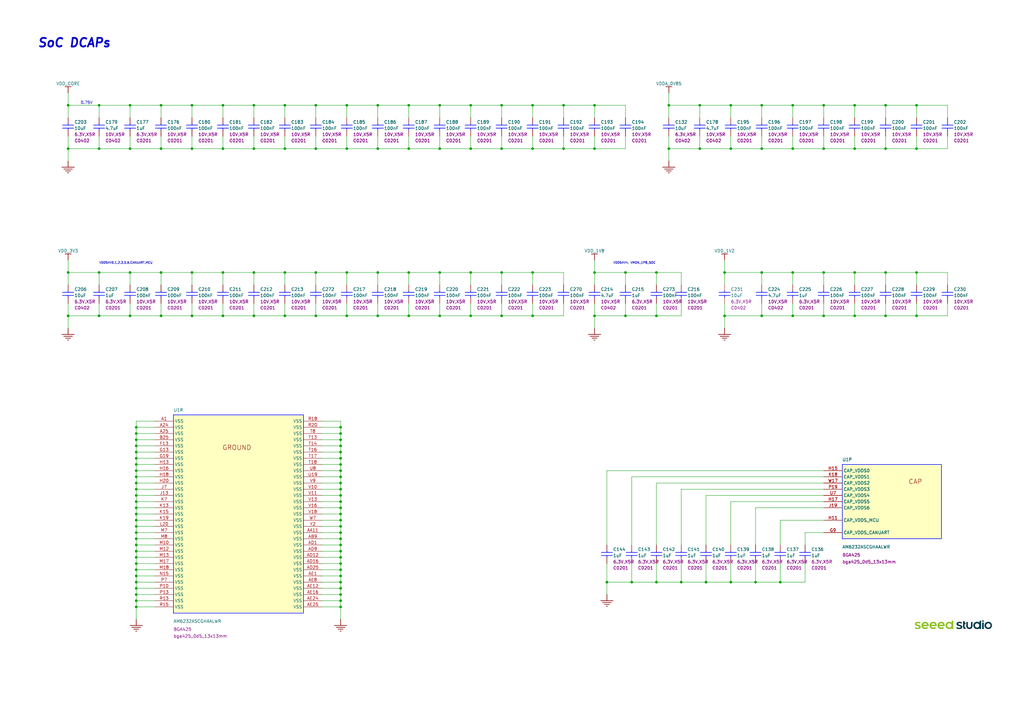
<source format=kicad_sch>
(kicad_sch (version 20231120) (generator "eeschema") (generator_version "8.0")
  (paper "User" 419.989 297.002)
  (junction (at 248.92 238.76))
  (junction (at 55.88 175.26))
  (junction (at 55.88 208.28))
  (junction (at 180.34 43.18))
  (junction (at 40.64 129.54))
  (junction (at 104.14 43.18))
  (junction (at 27.94 111.76))
  (junction (at 154.94 60.96))
  (junction (at 363.22 60.96))
  (junction (at 279.4 238.76))
  (junction (at 78.74 43.18))
  (junction (at 154.94 111.76))
  (junction (at 299.72 238.76))
  (junction (at 55.88 246.38))
  (junction (at 139.7 215.9))
  (junction (at 55.88 180.34))
  (junction (at 55.88 248.92))
  (junction (at 167.64 60.96))
  (junction (at 139.7 241.3))
  (junction (at 139.7 182.88))
  (junction (at 78.74 111.76))
  (junction (at 312.42 43.18))
  (junction (at 78.74 129.54))
  (junction (at 337.82 129.54))
  (junction (at 218.44 60.96))
  (junction (at 116.84 111.76))
  (junction (at 55.88 243.84))
  (junction (at 116.84 129.54))
  (junction (at 287.02 60.96))
  (junction (at 193.04 60.96))
  (junction (at 350.52 111.76))
  (junction (at 55.88 210.82))
  (junction (at 66.04 43.18))
  (junction (at 231.14 43.18))
  (junction (at 27.94 129.54))
  (junction (at 325.12 129.54))
  (junction (at 55.88 213.36))
  (junction (at 55.88 220.98))
  (junction (at 312.42 129.54))
  (junction (at 180.34 60.96))
  (junction (at 139.7 187.96))
  (junction (at 139.7 195.58))
  (junction (at 256.54 129.54))
  (junction (at 325.12 111.76))
  (junction (at 350.52 60.96))
  (junction (at 205.74 43.18))
  (junction (at 363.22 129.54))
  (junction (at 139.7 200.66))
  (junction (at 91.44 129.54))
  (junction (at 287.02 43.18))
  (junction (at 167.64 43.18))
  (junction (at 139.7 246.38))
  (junction (at 139.7 198.12))
  (junction (at 139.7 193.04))
  (junction (at 27.94 43.18))
  (junction (at 139.7 213.36))
  (junction (at 299.72 60.96))
  (junction (at 116.84 60.96))
  (junction (at 116.84 43.18))
  (junction (at 375.92 111.76))
  (junction (at 139.7 203.2))
  (junction (at 55.88 205.74))
  (junction (at 337.82 43.18))
  (junction (at 350.52 43.18))
  (junction (at 269.24 111.76))
  (junction (at 55.88 190.5))
  (junction (at 269.24 238.76))
  (junction (at 274.32 60.96))
  (junction (at 55.88 203.2))
  (junction (at 180.34 111.76))
  (junction (at 167.64 111.76))
  (junction (at 154.94 129.54))
  (junction (at 139.7 228.6))
  (junction (at 325.12 60.96))
  (junction (at 337.82 111.76))
  (junction (at 299.72 43.18))
  (junction (at 139.7 243.84))
  (junction (at 218.44 129.54))
  (junction (at 218.44 111.76))
  (junction (at 129.54 60.96))
  (junction (at 297.18 111.76))
  (junction (at 104.14 60.96))
  (junction (at 55.88 187.96))
  (junction (at 55.88 200.66))
  (junction (at 231.14 60.96))
  (junction (at 53.34 43.18))
  (junction (at 129.54 111.76))
  (junction (at 375.92 60.96))
  (junction (at 269.24 129.54))
  (junction (at 55.88 233.68))
  (junction (at 129.54 43.18))
  (junction (at 40.64 111.76))
  (junction (at 139.7 190.5))
  (junction (at 375.92 43.18))
  (junction (at 66.04 129.54))
  (junction (at 55.88 241.3))
  (junction (at 27.94 60.96))
  (junction (at 55.88 182.88))
  (junction (at 139.7 180.34))
  (junction (at 167.64 129.54))
  (junction (at 139.7 185.42))
  (junction (at 139.7 208.28))
  (junction (at 55.88 185.42))
  (junction (at 129.54 129.54))
  (junction (at 55.88 236.22))
  (junction (at 55.88 215.9))
  (junction (at 66.04 111.76))
  (junction (at 142.24 111.76))
  (junction (at 193.04 129.54))
  (junction (at 289.56 238.76))
  (junction (at 91.44 60.96))
  (junction (at 55.88 218.44))
  (junction (at 53.34 60.96))
  (junction (at 312.42 111.76))
  (junction (at 78.74 60.96))
  (junction (at 350.52 129.54))
  (junction (at 297.18 129.54))
  (junction (at 66.04 60.96))
  (junction (at 375.92 129.54))
  (junction (at 139.7 205.74))
  (junction (at 40.64 60.96))
  (junction (at 243.84 129.54))
  (junction (at 139.7 238.76))
  (junction (at 55.88 193.04))
  (junction (at 55.88 223.52))
  (junction (at 205.74 111.76))
  (junction (at 337.82 60.96))
  (junction (at 55.88 226.06))
  (junction (at 309.88 238.76))
  (junction (at 40.64 43.18))
  (junction (at 259.08 238.76))
  (junction (at 55.88 228.6))
  (junction (at 312.42 60.96))
  (junction (at 243.84 111.76))
  (junction (at 139.7 175.26))
  (junction (at 139.7 233.68))
  (junction (at 142.24 43.18))
  (junction (at 139.7 248.92))
  (junction (at 55.88 238.76))
  (junction (at 91.44 43.18))
  (junction (at 53.34 111.76))
  (junction (at 243.84 60.96))
  (junction (at 139.7 220.98))
  (junction (at 256.54 111.76))
  (junction (at 243.84 43.18))
  (junction (at 139.7 210.82))
  (junction (at 363.22 111.76))
  (junction (at 91.44 111.76))
  (junction (at 55.88 195.58))
  (junction (at 55.88 177.8))
  (junction (at 139.7 177.8))
  (junction (at 139.7 236.22))
  (junction (at 193.04 43.18))
  (junction (at 205.74 129.54))
  (junction (at 139.7 218.44))
  (junction (at 205.74 60.96))
  (junction (at 363.22 43.18))
  (junction (at 55.88 198.12))
  (junction (at 142.24 129.54))
  (junction (at 53.34 129.54))
  (junction (at 142.24 60.96))
  (junction (at 274.32 43.18))
  (junction (at 180.34 129.54))
  (junction (at 320.04 238.76))
  (junction (at 193.04 111.76))
  (junction (at 104.14 111.76))
  (junction (at 55.88 231.14))
  (junction (at 325.12 43.18))
  (junction (at 139.7 226.06))
  (junction (at 154.94 43.18))
  (junction (at 139.7 231.14))
  (junction (at 218.44 43.18))
  (junction (at 104.14 129.54))
  (junction (at 139.7 223.52))
  (wire (pts (xy 78.74 129.54) (xy 78.74 124.46)))
  (wire (pts (xy 167.64 43.18) (xy 180.34 43.18)))
  (wire (pts (xy 63.5 218.44) (xy 55.88 218.44)))
  (wire (pts (xy 256.54 60.96) (xy 256.54 55.88)))
  (wire (pts (xy 337.82 60.96) (xy 350.52 60.96)))
  (wire (pts (xy 63.5 208.28) (xy 55.88 208.28)))
  (wire (pts (xy 142.24 116.84) (xy 142.24 111.76)))
  (wire (pts (xy 363.22 111.76) (xy 375.92 111.76)))
  (wire (pts (xy 78.74 116.84) (xy 78.74 111.76)))
  (wire (pts (xy 243.84 111.76) (xy 243.84 106.68)))
  (wire (pts (xy 312.42 60.96) (xy 325.12 60.96)))
  (wire (pts (xy 139.7 195.58) (xy 132.08 195.58)))
  (wire (pts (xy 320.04 213.36) (xy 320.04 223.52)))
  (wire (pts (xy 299.72 43.18) (xy 312.42 43.18)))
  (wire (pts (xy 27.94 111.76) (xy 40.64 111.76)))
  (wire (pts (xy 55.88 195.58) (xy 55.88 193.04)))
  (wire (pts (xy 231.14 111.76) (xy 231.14 116.84)))
  (wire (pts (xy 129.54 116.84) (xy 129.54 111.76)))
  (wire (pts (xy 139.7 185.42) (xy 139.7 182.88)))
  (wire (pts (xy 180.34 60.96) (xy 193.04 60.96)))
  (wire (pts (xy 63.5 193.04) (xy 55.88 193.04)))
  (wire (pts (xy 27.94 134.62) (xy 27.94 129.54)))
  (wire (pts (xy 27.94 60.96) (xy 27.94 55.88)))
  (wire (pts (xy 40.64 48.26) (xy 40.64 43.18)))
  (wire (pts (xy 55.88 213.36) (xy 55.88 210.82)))
  (wire (pts (xy 55.88 200.66) (xy 55.88 198.12)))
  (wire (pts (xy 330.2 238.76) (xy 330.2 231.14)))
  (wire (pts (xy 289.56 203.2) (xy 289.56 223.52)))
  (wire (pts (xy 63.5 233.68) (xy 55.88 233.68)))
  (wire (pts (xy 350.52 43.18) (xy 363.22 43.18)))
  (wire (pts (xy 55.88 226.06) (xy 55.88 223.52)))
  (wire (pts (xy 55.88 231.14) (xy 55.88 228.6)))
  (wire (pts (xy 180.34 60.96) (xy 180.34 55.88)))
  (wire (pts (xy 91.44 129.54) (xy 104.14 129.54)))
  (wire (pts (xy 154.94 129.54) (xy 154.94 124.46)))
  (wire (pts (xy 139.7 213.36) (xy 139.7 210.82)))
  (wire (pts (xy 63.5 213.36) (xy 55.88 213.36)))
  (wire (pts (xy 40.64 60.96) (xy 40.64 55.88)))
  (wire (pts (xy 297.18 129.54) (xy 297.18 124.46)))
  (wire (pts (xy 53.34 60.96) (xy 66.04 60.96)))
  (wire (pts (xy 139.7 220.98) (xy 132.08 220.98)))
  (wire (pts (xy 337.82 129.54) (xy 337.82 124.46)))
  (wire (pts (xy 63.5 190.5) (xy 55.88 190.5)))
  (wire (pts (xy 63.5 185.42) (xy 55.88 185.42)))
  (wire (pts (xy 299.72 238.76) (xy 299.72 231.14)))
  (wire (pts (xy 297.18 116.84) (xy 297.18 111.76)))
  (wire (pts (xy 53.34 60.96) (xy 53.34 55.88)))
  (wire (pts (xy 55.88 182.88) (xy 55.88 180.34)))
  (wire (pts (xy 231.14 48.26) (xy 231.14 43.18)))
  (wire (pts (xy 129.54 60.96) (xy 142.24 60.96)))
  (wire (pts (xy 154.94 129.54) (xy 167.64 129.54)))
  (wire (pts (xy 193.04 129.54) (xy 205.74 129.54)))
  (wire (pts (xy 66.04 43.18) (xy 78.74 43.18)))
  (wire (pts (xy 55.88 175.26) (xy 55.88 172.72)))
  (wire (pts (xy 269.24 129.54) (xy 269.24 124.46)))
  (wire (pts (xy 139.7 208.28) (xy 139.7 205.74)))
  (wire (pts (xy 248.92 223.52) (xy 248.92 193.04)))
  (wire (pts (xy 116.84 43.18) (xy 129.54 43.18)))
  (wire (pts (xy 193.04 60.96) (xy 193.04 55.88)))
  (wire (pts (xy 66.04 60.96) (xy 66.04 55.88)))
  (wire (pts (xy 66.04 116.84) (xy 66.04 111.76)))
  (wire (pts (xy 180.34 43.18) (xy 193.04 43.18)))
  (wire (pts (xy 279.4 111.76) (xy 279.4 116.84)))
  (wire (pts (xy 139.7 198.12) (xy 132.08 198.12)))
  (wire (pts (xy 116.84 60.96) (xy 129.54 60.96)))
  (wire (pts (xy 53.34 43.18) (xy 53.34 48.26)))
  (wire (pts (xy 40.64 60.96) (xy 53.34 60.96)))
  (wire (pts (xy 297.18 129.54) (xy 312.42 129.54)))
  (wire (pts (xy 55.88 220.98) (xy 55.88 218.44)))
  (wire (pts (xy 55.88 228.6) (xy 55.88 226.06)))
  (wire (pts (xy 40.64 129.54) (xy 53.34 129.54)))
  (wire (pts (xy 66.04 48.26) (xy 66.04 43.18)))
  (wire (pts (xy 55.88 248.92) (xy 55.88 246.38)))
  (wire (pts (xy 337.82 198.12) (xy 269.24 198.12)))
  (wire (pts (xy 116.84 116.84) (xy 116.84 111.76)))
  (wire (pts (xy 218.44 111.76) (xy 231.14 111.76)))
  (wire (pts (xy 139.7 205.74) (xy 139.7 203.2)))
  (wire (pts (xy 55.88 210.82) (xy 55.88 208.28)))
  (wire (pts (xy 180.34 129.54) (xy 193.04 129.54)))
  (wire (pts (xy 274.32 60.96) (xy 287.02 60.96)))
  (wire (pts (xy 309.88 238.76) (xy 309.88 231.14)))
  (wire (pts (xy 337.82 218.44) (xy 330.2 218.44)))
  (wire (pts (xy 139.7 175.26) (xy 139.7 172.72)))
  (wire (pts (xy 218.44 129.54) (xy 231.14 129.54)))
  (wire (pts (xy 256.54 129.54) (xy 269.24 129.54)))
  (wire (pts (xy 27.94 111.76) (xy 27.94 106.68)))
  (wire (pts (xy 205.74 129.54) (xy 218.44 129.54)))
  (wire (pts (xy 312.42 60.96) (xy 312.42 55.88)))
  (wire (pts (xy 139.7 246.38) (xy 132.08 246.38)))
  (wire (pts (xy 193.04 129.54) (xy 193.04 124.46)))
  (wire (pts (xy 243.84 134.62) (xy 243.84 129.54)))
  (wire (pts (xy 63.5 243.84) (xy 55.88 243.84)))
  (wire (pts (xy 205.74 129.54) (xy 205.74 124.46)))
  (wire (pts (xy 337.82 213.36) (xy 320.04 213.36)))
  (wire (pts (xy 325.12 60.96) (xy 337.82 60.96)))
  (wire (pts (xy 279.4 238.76) (xy 289.56 238.76)))
  (wire (pts (xy 193.04 48.26) (xy 193.04 43.18)))
  (wire (pts (xy 375.92 111.76) (xy 388.62 111.76)))
  (wire (pts (xy 363.22 60.96) (xy 375.92 60.96)))
  (wire (pts (xy 325.12 111.76) (xy 325.12 116.84)))
  (wire (pts (xy 231.14 60.96) (xy 243.84 60.96)))
  (wire (pts (xy 139.7 248.92) (xy 139.7 246.38)))
  (wire (pts (xy 139.7 233.68) (xy 132.08 233.68)))
  (wire (pts (xy 139.7 236.22) (xy 132.08 236.22)))
  (wire (pts (xy 269.24 238.76) (xy 269.24 231.14)))
  (wire (pts (xy 63.5 226.06) (xy 55.88 226.06)))
  (wire (pts (xy 27.94 66.04) (xy 27.94 60.96)))
  (wire (pts (xy 139.7 195.58) (xy 139.7 193.04)))
  (wire (pts (xy 337.82 60.96) (xy 337.82 55.88)))
  (wire (pts (xy 55.88 215.9) (xy 55.88 213.36)))
  (wire (pts (xy 104.14 48.26) (xy 104.14 43.18)))
  (wire (pts (xy 243.84 111.76) (xy 256.54 111.76)))
  (wire (pts (xy 312.42 48.26) (xy 312.42 43.18)))
  (wire (pts (xy 256.54 129.54) (xy 256.54 124.46)))
  (wire (pts (xy 330.2 218.44) (xy 330.2 223.52)))
  (wire (pts (xy 312.42 129.54) (xy 312.42 124.46)))
  (wire (pts (xy 218.44 43.18) (xy 231.14 43.18)))
  (wire (pts (xy 337.82 205.74) (xy 299.72 205.74)))
  (wire (pts (xy 154.94 116.84) (xy 154.94 111.76)))
  (wire (pts (xy 243.84 129.54) (xy 243.84 124.46)))
  (wire (pts (xy 63.5 238.76) (xy 55.88 238.76)))
  (wire (pts (xy 154.94 111.76) (xy 167.64 111.76)))
  (wire (pts (xy 55.88 193.04) (xy 55.88 190.5)))
  (wire (pts (xy 53.34 116.84) (xy 53.34 111.76)))
  (wire (pts (xy 388.62 60.96) (xy 388.62 55.88)))
  (wire (pts (xy 274.32 48.26) (xy 274.32 43.18)))
  (wire (pts (xy 337.82 200.66) (xy 279.4 200.66)))
  (wire (pts (xy 63.5 187.96) (xy 55.88 187.96)))
  (wire (pts (xy 40.64 116.84) (xy 40.64 111.76)))
  (wire (pts (xy 154.94 48.26) (xy 154.94 43.18)))
  (wire (pts (xy 350.52 129.54) (xy 363.22 129.54)))
  (wire (pts (xy 63.5 231.14) (xy 55.88 231.14)))
  (wire (pts (xy 91.44 60.96) (xy 104.14 60.96)))
  (wire (pts (xy 375.92 116.84) (xy 375.92 111.76)))
  (wire (pts (xy 248.92 238.76) (xy 248.92 231.14)))
  (wire (pts (xy 363.22 60.96) (xy 363.22 55.88)))
  (wire (pts (xy 205.74 60.96) (xy 218.44 60.96)))
  (wire (pts (xy 63.5 205.74) (xy 55.88 205.74)))
  (wire (pts (xy 139.7 218.44) (xy 139.7 215.9)))
  (wire (pts (xy 256.54 116.84) (xy 256.54 111.76)))
  (wire (pts (xy 269.24 198.12) (xy 269.24 223.52)))
  (wire (pts (xy 243.84 116.84) (xy 243.84 111.76)))
  (wire (pts (xy 139.7 190.5) (xy 132.08 190.5)))
  (wire (pts (xy 55.88 185.42) (xy 55.88 182.88)))
  (wire (pts (xy 139.7 246.38) (xy 139.7 243.84)))
  (wire (pts (xy 279.4 129.54) (xy 279.4 124.46)))
  (wire (pts (xy 142.24 43.18) (xy 154.94 43.18)))
  (wire (pts (xy 139.7 200.66) (xy 139.7 198.12)))
  (wire (pts (xy 139.7 182.88) (xy 139.7 180.34)))
  (wire (pts (xy 55.88 223.52) (xy 55.88 220.98)))
  (wire (pts (xy 363.22 48.26) (xy 363.22 43.18)))
  (wire (pts (xy 259.08 238.76) (xy 259.08 231.14)))
  (wire (pts (xy 55.88 203.2) (xy 55.88 200.66)))
  (wire (pts (xy 279.4 238.76) (xy 279.4 231.14)))
  (wire (pts (xy 139.7 180.34) (xy 132.08 180.34)))
  (wire (pts (xy 243.84 48.26) (xy 243.84 43.18)))
  (wire (pts (xy 218.44 48.26) (xy 218.44 43.18)))
  (wire (pts (xy 350.52 60.96) (xy 363.22 60.96)))
  (wire (pts (xy 375.92 129.54) (xy 388.62 129.54)))
  (wire (pts (xy 325.12 48.26) (xy 325.12 43.18)))
  (wire (pts (xy 299.72 238.76) (xy 309.88 238.76)))
  (wire (pts (xy 139.7 172.72) (xy 132.08 172.72)))
  (wire (pts (xy 167.64 129.54) (xy 180.34 129.54)))
  (wire (pts (xy 139.7 215.9) (xy 139.7 213.36)))
  (wire (pts (xy 55.88 180.34) (xy 55.88 177.8)))
  (wire (pts (xy 91.44 43.18) (xy 104.14 43.18)))
  (wire (pts (xy 63.5 177.8) (xy 55.88 177.8)))
  (wire (pts (xy 218.44 60.96) (xy 231.14 60.96)))
  (wire (pts (xy 53.34 129.54) (xy 53.34 124.46)))
  (wire (pts (xy 205.74 60.96) (xy 205.74 55.88)))
  (wire (pts (xy 279.4 200.66) (xy 279.4 223.52)))
  (wire (pts (xy 350.52 48.26) (xy 350.52 43.18)))
  (wire (pts (xy 55.88 190.5) (xy 55.88 187.96)))
  (wire (pts (xy 139.7 182.88) (xy 132.08 182.88)))
  (wire (pts (xy 139.7 200.66) (xy 132.08 200.66)))
  (wire (pts (xy 63.5 182.88) (xy 55.88 182.88)))
  (wire (pts (xy 350.52 60.96) (xy 350.52 55.88)))
  (wire (pts (xy 116.84 129.54) (xy 116.84 124.46)))
  (wire (pts (xy 116.84 129.54) (xy 129.54 129.54)))
  (wire (pts (xy 274.32 43.18) (xy 287.02 43.18)))
  (wire (pts (xy 274.32 60.96) (xy 274.32 55.88)))
  (wire (pts (xy 55.88 254) (xy 55.88 248.92)))
  (wire (pts (xy 312.42 43.18) (xy 325.12 43.18)))
  (wire (pts (xy 231.14 60.96) (xy 231.14 55.88)))
  (wire (pts (xy 104.14 111.76) (xy 116.84 111.76)))
  (wire (pts (xy 139.7 203.2) (xy 132.08 203.2)))
  (wire (pts (xy 139.7 210.82) (xy 139.7 208.28)))
  (wire (pts (xy 287.02 55.88) (xy 287.02 60.96)))
  (wire (pts (xy 129.54 60.96) (xy 129.54 55.88)))
  (wire (pts (xy 243.84 43.18) (xy 256.54 43.18)))
  (wire (pts (xy 55.88 198.12) (xy 55.88 195.58)))
  (wire (pts (xy 325.12 60.96) (xy 325.12 55.88)))
  (wire (pts (xy 287.02 48.26) (xy 287.02 43.18)))
  (wire (pts (xy 388.62 111.76) (xy 388.62 116.84)))
  (wire (pts (xy 63.5 220.98) (xy 55.88 220.98)))
  (wire (pts (xy 40.64 129.54) (xy 40.64 124.46)))
  (wire (pts (xy 287.02 60.96) (xy 299.72 60.96)))
  (wire (pts (xy 129.54 111.76) (xy 142.24 111.76)))
  (wire (pts (xy 297.18 134.62) (xy 297.18 129.54)))
  (wire (pts (xy 66.04 60.96) (xy 78.74 60.96)))
  (wire (pts (xy 78.74 48.26) (xy 78.74 43.18)))
  (wire (pts (xy 325.12 43.18) (xy 337.82 43.18)))
  (wire (pts (xy 63.5 210.82) (xy 55.88 210.82)))
  (wire (pts (xy 139.7 177.8) (xy 139.7 175.26)))
  (wire (pts (xy 53.34 111.76) (xy 66.04 111.76)))
  (wire (pts (xy 104.14 60.96) (xy 116.84 60.96)))
  (wire (pts (xy 312.42 116.84) (xy 312.42 111.76)))
  (wire (pts (xy 78.74 60.96) (xy 78.74 55.88)))
  (wire (pts (xy 129.54 129.54) (xy 129.54 124.46)))
  (wire (pts (xy 269.24 111.76) (xy 279.4 111.76)))
  (wire (pts (xy 297.18 111.76) (xy 312.42 111.76)))
  (wire (pts (xy 289.56 238.76) (xy 289.56 231.14)))
  (wire (pts (xy 325.12 129.54) (xy 325.12 124.46)))
  (wire (pts (xy 325.12 129.54) (xy 337.82 129.54)))
  (wire (pts (xy 205.74 111.76) (xy 218.44 111.76)))
  (wire (pts (xy 55.88 241.3) (xy 55.88 238.76)))
  (wire (pts (xy 312.42 129.54) (xy 325.12 129.54)))
  (wire (pts (xy 231.14 43.18) (xy 243.84 43.18)))
  (wire (pts (xy 55.88 246.38) (xy 55.88 243.84)))
  (wire (pts (xy 27.94 129.54) (xy 27.94 124.46)))
  (wire (pts (xy 78.74 129.54) (xy 91.44 129.54)))
  (wire (pts (xy 139.7 213.36) (xy 132.08 213.36)))
  (wire (pts (xy 78.74 60.96) (xy 91.44 60.96)))
  (wire (pts (xy 139.7 193.04) (xy 132.08 193.04)))
  (wire (pts (xy 139.7 243.84) (xy 139.7 241.3)))
  (wire (pts (xy 139.7 228.6) (xy 139.7 226.06)))
  (wire (pts (xy 139.7 233.68) (xy 139.7 231.14)))
  (wire (pts (xy 218.44 116.84) (xy 218.44 111.76)))
  (wire (pts (xy 63.5 215.9) (xy 55.88 215.9)))
  (wire (pts (xy 27.94 116.84) (xy 27.94 111.76)))
  (wire (pts (xy 63.5 195.58) (xy 55.88 195.58)))
  (wire (pts (xy 139.7 248.92) (xy 132.08 248.92)))
  (wire (pts (xy 231.14 129.54) (xy 231.14 124.46)))
  (wire (pts (xy 139.7 210.82) (xy 132.08 210.82)))
  (wire (pts (xy 274.32 43.18) (xy 274.32 38.1)))
  (wire (pts (xy 104.14 129.54) (xy 116.84 129.54)))
  (wire (pts (xy 63.5 246.38) (xy 55.88 246.38)))
  (wire (pts (xy 55.88 187.96) (xy 55.88 185.42)))
  (wire (pts (xy 104.14 43.18) (xy 116.84 43.18)))
  (wire (pts (xy 139.7 203.2) (xy 139.7 200.66)))
  (wire (pts (xy 274.32 66.04) (xy 274.32 60.96)))
  (wire (pts (xy 139.7 223.52) (xy 132.08 223.52)))
  (wire (pts (xy 309.88 208.28) (xy 309.88 223.52)))
  (wire (pts (xy 297.18 111.76) (xy 297.18 106.68)))
  (wire (pts (xy 180.34 129.54) (xy 180.34 124.46)))
  (wire (pts (xy 63.5 248.92) (xy 55.88 248.92)))
  (wire (pts (xy 350.52 116.84) (xy 350.52 111.76)))
  (wire (pts (xy 55.88 172.72) (xy 63.5 172.72)))
  (wire (pts (xy 248.92 193.04) (xy 337.82 193.04)))
  (wire (pts (xy 63.5 203.2) (xy 55.88 203.2)))
  (wire (pts (xy 269.24 116.84) (xy 269.24 111.76)))
  (wire (pts (xy 139.7 223.52) (xy 139.7 220.98)))
  (wire (pts (xy 325.12 111.76) (xy 337.82 111.76)))
  (wire (pts (xy 139.7 218.44) (xy 132.08 218.44)))
  (wire (pts (xy 193.04 116.84) (xy 193.04 111.76)))
  (wire (pts (xy 139.7 185.42) (xy 132.08 185.42)))
  (wire (pts (xy 63.5 180.34) (xy 55.88 180.34)))
  (wire (pts (xy 139.7 193.04) (xy 139.7 190.5)))
  (wire (pts (xy 375.92 48.26) (xy 375.92 43.18)))
  (wire (pts (xy 312.42 111.76) (xy 325.12 111.76)))
  (wire (pts (xy 167.64 60.96) (xy 180.34 60.96)))
  (wire (pts (xy 91.44 129.54) (xy 91.44 124.46)))
  (wire (pts (xy 337.82 203.2) (xy 289.56 203.2)))
  (wire (pts (xy 337.82 129.54) (xy 350.52 129.54)))
  (wire (pts (xy 139.7 198.12) (xy 139.7 195.58)))
  (wire (pts (xy 139.7 215.9) (xy 132.08 215.9)))
  (wire (pts (xy 154.94 60.96) (xy 154.94 55.88)))
  (wire (pts (xy 154.94 60.96) (xy 167.64 60.96)))
  (wire (pts (xy 218.44 129.54) (xy 218.44 124.46)))
  (wire (pts (xy 309.88 238.76) (xy 320.04 238.76)))
  (wire (pts (xy 193.04 43.18) (xy 205.74 43.18)))
  (wire (pts (xy 91.44 60.96) (xy 91.44 55.88)))
  (wire (pts (xy 63.5 200.66) (xy 55.88 200.66)))
  (wire (pts (xy 320.04 238.76) (xy 330.2 238.76)))
  (wire (pts (xy 104.14 129.54) (xy 104.14 124.46)))
  (wire (pts (xy 154.94 43.18) (xy 167.64 43.18)))
  (wire (pts (xy 139.7 177.8) (xy 132.08 177.8)))
  (wire (pts (xy 363.22 116.84) (xy 363.22 111.76)))
  (wire (pts (xy 256.54 43.18) (xy 256.54 48.26)))
  (wire (pts (xy 66.04 111.76) (xy 78.74 111.76)))
  (wire (pts (xy 299.72 60.96) (xy 299.72 55.88)))
  (wire (pts (xy 55.88 205.74) (xy 55.88 203.2)))
  (wire (pts (xy 142.24 111.76) (xy 154.94 111.76)))
  (wire (pts (xy 320.04 238.76) (xy 320.04 231.14)))
  (wire (pts (xy 91.44 116.84) (xy 91.44 111.76)))
  (wire (pts (xy 218.44 60.96) (xy 218.44 55.88)))
  (wire (pts (xy 337.82 208.28) (xy 309.88 208.28)))
  (wire (pts (xy 299.72 205.74) (xy 299.72 223.52)))
  (wire (pts (xy 337.82 111.76) (xy 350.52 111.76)))
  (wire (pts (xy 129.54 43.18) (xy 142.24 43.18)))
  (wire (pts (xy 142.24 129.54) (xy 154.94 129.54)))
  (wire (pts (xy 66.04 129.54) (xy 78.74 129.54)))
  (wire (pts (xy 53.34 43.18) (xy 66.04 43.18)))
  (wire (pts (xy 363.22 129.54) (xy 375.92 129.54)))
  (wire (pts (xy 375.92 129.54) (xy 375.92 124.46)))
  (wire (pts (xy 193.04 111.76) (xy 205.74 111.76)))
  (wire (pts (xy 388.62 43.18) (xy 388.62 48.26)))
  (wire (pts (xy 142.24 60.96) (xy 142.24 55.88)))
  (wire (pts (xy 129.54 129.54) (xy 142.24 129.54)))
  (wire (pts (xy 91.44 48.26) (xy 91.44 43.18)))
  (wire (pts (xy 287.02 43.18) (xy 299.72 43.18)))
  (wire (pts (xy 180.34 111.76) (xy 193.04 111.76)))
  (wire (pts (xy 269.24 238.76) (xy 279.4 238.76)))
  (wire (pts (xy 375.92 60.96) (xy 375.92 55.88)))
  (wire (pts (xy 142.24 48.26) (xy 142.24 43.18)))
  (wire (pts (xy 53.34 129.54) (xy 66.04 129.54)))
  (wire (pts (xy 139.7 220.98) (xy 139.7 218.44)))
  (wire (pts (xy 167.64 111.76) (xy 180.34 111.76)))
  (wire (pts (xy 139.7 236.22) (xy 139.7 233.68)))
  (wire (pts (xy 139.7 208.28) (xy 132.08 208.28)))
  (wire (pts (xy 139.7 175.26) (xy 132.08 175.26)))
  (wire (pts (xy 337.82 116.84) (xy 337.82 111.76)))
  (wire (pts (xy 116.84 111.76) (xy 129.54 111.76)))
  (wire (pts (xy 55.88 238.76) (xy 55.88 236.22)))
  (wire (pts (xy 63.5 223.52) (xy 55.88 223.52)))
  (wire (pts (xy 55.88 177.8) (xy 55.88 175.26)))
  (wire (pts (xy 91.44 111.76) (xy 104.14 111.76)))
  (wire (pts (xy 299.72 48.26) (xy 299.72 43.18)))
  (wire (pts (xy 139.7 226.06) (xy 139.7 223.52)))
  (wire (pts (xy 139.7 187.96) (xy 139.7 185.42)))
  (wire (pts (xy 269.24 129.54) (xy 279.4 129.54)))
  (wire (pts (xy 27.94 43.18) (xy 27.94 38.1)))
  (wire (pts (xy 104.14 60.96) (xy 104.14 55.88)))
  (wire (pts (xy 243.84 60.96) (xy 243.84 55.88)))
  (wire (pts (xy 142.24 60.96) (xy 154.94 60.96)))
  (wire (pts (xy 27.94 60.96) (xy 40.64 60.96)))
  (wire (pts (xy 256.54 111.76) (xy 269.24 111.76)))
  (wire (pts (xy 167.64 48.26) (xy 167.64 43.18)))
  (wire (pts (xy 205.74 116.84) (xy 205.74 111.76)))
  (wire (pts (xy 40.64 43.18) (xy 53.34 43.18)))
  (wire (pts (xy 139.7 205.74) (xy 132.08 205.74)))
  (wire (pts (xy 193.04 60.96) (xy 205.74 60.96)))
  (wire (pts (xy 180.34 116.84) (xy 180.34 111.76)))
  (wire (pts (xy 350.52 129.54) (xy 350.52 124.46)))
  (wire (pts (xy 55.88 236.22) (xy 55.88 233.68)))
  (wire (pts (xy 129.54 48.26) (xy 129.54 43.18)))
  (wire (pts (xy 139.7 254) (xy 139.7 248.92)))
  (wire (pts (xy 299.72 60.96) (xy 312.42 60.96)))
  (wire (pts (xy 40.64 111.76) (xy 53.34 111.76)))
  (wire (pts (xy 78.74 43.18) (xy 91.44 43.18)))
  (wire (pts (xy 350.52 111.76) (xy 363.22 111.76)))
  (wire (pts (xy 139.7 226.06) (xy 132.08 226.06)))
  (wire (pts (xy 375.92 60.96) (xy 388.62 60.96)))
  (wire (pts (xy 63.5 198.12) (xy 55.88 198.12)))
  (wire (pts (xy 63.5 241.3) (xy 55.88 241.3)))
  (wire (pts (xy 63.5 175.26) (xy 55.88 175.26)))
  (wire (pts (xy 55.88 233.68) (xy 55.88 231.14)))
  (wire (pts (xy 139.7 238.76) (xy 139.7 236.22)))
  (wire (pts (xy 116.84 60.96) (xy 116.84 55.88)))
  (wire (pts (xy 139.7 180.34) (xy 139.7 177.8)))
  (wire (pts (xy 139.7 241.3) (xy 139.7 238.76)))
  (wire (pts (xy 139.7 190.5) (xy 139.7 187.96)))
  (wire (pts (xy 116.84 48.26) (xy 116.84 43.18)))
  (wire (pts (xy 104.14 116.84) (xy 104.14 111.76)))
  (wire (pts (xy 63.5 236.22) (xy 55.88 236.22)))
  (wire (pts (xy 243.84 60.96) (xy 256.54 60.96)))
  (wire (pts (xy 167.64 116.84) (xy 167.64 111.76)))
  (wire (pts (xy 139.7 231.14) (xy 132.08 231.14)))
  (wire (pts (xy 259.08 238.76) (xy 269.24 238.76)))
  (wire (pts (xy 66.04 129.54) (xy 66.04 124.46)))
  (wire (pts (xy 139.7 228.6) (xy 132.08 228.6)))
  (wire (pts (xy 205.74 48.26) (xy 205.74 43.18)))
  (wire (pts (xy 139.7 243.84) (xy 132.08 243.84)))
  (wire (pts (xy 167.64 129.54) (xy 167.64 124.46)))
  (wire (pts (xy 55.88 208.28) (xy 55.88 205.74)))
  (wire (pts (xy 243.84 129.54) (xy 256.54 129.54)))
  (wire (pts (xy 289.56 238.76) (xy 299.72 238.76)))
  (wire (pts (xy 139.7 241.3) (xy 132.08 241.3)))
  (wire (pts (xy 139.7 231.14) (xy 139.7 228.6)))
  (wire (pts (xy 259.08 195.58) (xy 259.08 223.52)))
  (wire (pts (xy 27.94 129.54) (xy 40.64 129.54)))
  (wire (pts (xy 27.94 48.26) (xy 27.94 43.18)))
  (wire (pts (xy 167.64 60.96) (xy 167.64 55.88)))
  (wire (pts (xy 142.24 129.54) (xy 142.24 124.46)))
  (wire (pts (xy 337.82 43.18) (xy 350.52 43.18)))
  (wire (pts (xy 337.82 195.58) (xy 259.08 195.58)))
  (wire (pts (xy 55.88 218.44) (xy 55.88 215.9)))
  (wire (pts (xy 337.82 48.26) (xy 337.82 43.18)))
  (wire (pts (xy 363.22 129.54) (xy 363.22 124.46)))
  (wire (pts (xy 363.22 43.18) (xy 375.92 43.18)))
  (wire (pts (xy 248.92 243.84) (xy 248.92 238.76)))
  (wire (pts (xy 180.34 48.26) (xy 180.34 43.18)))
  (wire (pts (xy 388.62 129.54) (xy 388.62 124.46)))
  (wire (pts (xy 375.92 43.18) (xy 388.62 43.18)))
  (wire (pts (xy 27.94 43.18) (xy 40.64 43.18)))
  (wire (pts (xy 248.92 238.76) (xy 259.08 238.76)))
  (wire (pts (xy 63.5 228.6) (xy 55.88 228.6)))
  (wire (pts (xy 139.7 238.76) (xy 132.08 238.76)))
  (wire (pts (xy 78.74 111.76) (xy 91.44 111.76)))
  (wire (pts (xy 55.88 243.84) (xy 55.88 241.3)))
  (wire (pts (xy 139.7 187.96) (xy 132.08 187.96)))
  (wire (pts (xy 205.74 43.18) (xy 218.44 43.18)))
  (image (at 390.9945 256.413) (scale 0.481127))
  (text "SoC DCAPs" (at 15.24 19.812 0) (effects (font (size 3.556 3.556) (thickness 0.7112) (bold yes) (italic yes)) (justify left bottom)))
  (text "VDDSHV0,1,2,3,5,6,CANUART,MCU" (at 40.64 108.458 0) (effects (font (size 0.889 0.889)) (justify left bottom)))
  (text "0.75V" (at 33.02 42.926 0) (effects (font (size 1.143 1.143)) (justify left bottom)))
  (text "VDDSHV4, VMON_1P8_SOC" (at 251.46 108.458 0) (effects (font (size 0.889 0.889)) (justify left bottom)))
  (symbol (lib_id "pocketbeagle2-kicad-altium-import:root_0_CC_0") (at 241.3 119.38 0) (unit 1)
    (property "Reference" "C214" (at 246.38 119.38 0) (effects (justify left bottom)))
    (property "Value" "4.7uF" (at 246.38 121.92 0) (effects (justify left bottom)))
    (property "Footprint" "C0402" (effects (hide yes)))
    (property "Description" "SMD CAP Ceramic 4.7uF-10V-10%-X5R;0402" (effects (hide yes)))
    (property "RATING" "10V,X5R" (at 246.38 124.46 0) (effects (justify left bottom)))
    (property "PCB FOOTPRINT" "C0402" (at 246.38 127 0) (effects (justify left bottom)))
    (property "MANUFACTURER" "SAMSUNG" (effects (hide yes)))
    (property "CLASS" "DISCRETE" (effects (hide yes)))
    (property "TOLERANCE" "20%" (effects (hide yes)))
    (property "TEMPERATURE COEFFICIENT" "X5R" (effects (hide yes)))
    (property "DIELECTRIC TYPE" "Ceramic" (effects (hide yes)))
    (property "COMPANY PART STATUS" "BeagleBone Carrier Board" (effects (hide yes)))
    (property "PACKAGE SIZE" "0402" (effects (hide yes)))
    (property "PN" "302013262" (effects (hide yes)))
    (property "TEMPERATURE" "-55¡ãC to 85¡ãC" (effects (hide yes)))
    (property "MANUFACTURER PART NUMBER" "CL05A475KP5NRNC" (effects (hide yes)))
    (property "STATUS" "PocketBeagle2" (effects (hide yes)))
  )
  (symbol (lib_id "pocketbeagle2-kicad-altium-import:root_0_CC_0") (at 38.1 50.8 0) (unit 1)
    (property "Reference" "C179" (at 43.18 50.8 0) (effects (justify left bottom)))
    (property "Value" "4.7uF" (at 43.18 53.34 0) (effects (justify left bottom)))
    (property "Footprint" "C0402" (effects (hide yes)))
    (property "Description" "SMD CAP Ceramic 4.7uF-10V-10%-X5R;0402" (effects (hide yes)))
    (property "RATING" "10V,X5R" (at 43.18 55.88 0) (effects (justify left bottom)))
    (property "PCB FOOTPRINT" "C0402" (at 43.18 58.42 0) (effects (justify left bottom)))
    (property "PN" "302013262" (effects (hide yes)))
    (property "PACKAGE SIZE" "0402" (effects (hide yes)))
    (property "COMPANY PART STATUS" "BeagleBone Carrier Board" (effects (hide yes)))
    (property "DIELECTRIC TYPE" "Ceramic" (effects (hide yes)))
    (property "TEMPERATURE COEFFICIENT" "X5R" (effects (hide yes)))
    (property "TOLERANCE" "20%" (effects (hide yes)))
    (property "CLASS" "DISCRETE" (effects (hide yes)))
    (property "MANUFACTURER" "SAMSUNG" (effects (hide yes)))
    (property "TEMPERATURE" "-55¡ãC to 85¡ãC" (effects (hide yes)))
    (property "MANUFACTURER PART NUMBER" "CL05A475KP5NRNC" (effects (hide yes)))
    (property "STATUS" "PocketBeagle2" (effects (hide yes)))
  )
  (symbol (lib_id "pocketbeagle2-kicad-altium-import:root_0_CC_0") (at 322.58 119.38 0) (unit 1)
    (property "Reference" "C225" (at 327.66 119.38 0) (effects (justify left bottom)))
    (property "Value" "1uF" (at 327.66 121.92 0) (effects (justify left bottom)))
    (property "Footprint" "C0201" (effects (hide yes)))
    (property "Description" "SMD CAP Ceramic;1uF-6.3V-¡À20%-X5R;0201" (effects (hide yes)))
    (property "RATING" "6.3V,X5R" (at 327.66 124.46 0) (effects (justify left bottom)))
    (property "PCB FOOTPRINT" "C0201" (at 327.66 127 0) (effects (justify left bottom)))
    (property "PN" "302010270" (effects (hide yes)))
    (property "PACKAGE SIZE" "0201" (effects (hide yes)))
    (property "COMPANY PART STATUS" "ODYSSEY-i.MX8M" (effects (hide yes)))
    (property "DIELECTRIC TYPE" "Ceramic" (effects (hide yes)))
    (property "TEMPERATURE COEFFICIENT" "X5R" (effects (hide yes)))
    (property "TOLERANCE" "20%" (effects (hide yes)))
    (property "CLASS" "DISCRETE" (effects (hide yes)))
    (property "MANUFACTURER" "YAGEO" (effects (hide yes)))
    (property "TEMPERATURE" "-55¡ãC to 85¡ãC" (effects (hide yes)))
    (property "MANUFACTURER PART NUMBER" "CC0201MRX5R5BB105" (effects (hide yes)))
    (property "STATUS" "ODYSSEY-i.MX8M" (effects (hide yes)))
  )
  (symbol (lib_id "pocketbeagle2-kicad-altium-import:root_0_CC_0") (at 256.54 226.06 0) (unit 1)
    (property "Reference" "C143" (at 261.62 226.06 0) (effects (justify left bottom)))
    (property "Value" "1uF" (at 261.62 228.6 0) (effects (justify left bottom)))
    (property "Footprint" "C0201" (effects (hide yes)))
    (property "Description" "SMD CAP Ceramic;1uF-6.3V-¡À20%-X5R;0201" (effects (hide yes)))
    (property "RATING" "6.3V,X5R" (at 261.62 231.14 0) (effects (justify left bottom)))
    (property "PCB FOOTPRINT" "C0201" (at 261.62 233.68 0) (effects (justify left bottom)))
    (property "PN" "302010270" (effects (hide yes)))
    (property "PACKAGE SIZE" "0201" (effects (hide yes)))
    (property "COMPANY PART STATUS" "ODYSSEY-i.MX8M" (effects (hide yes)))
    (property "DIELECTRIC TYPE" "Ceramic" (effects (hide yes)))
    (property "TEMPERATURE COEFFICIENT" "X5R" (effects (hide yes)))
    (property "TOLERANCE" "20%" (effects (hide yes)))
    (property "CLASS" "DISCRETE" (effects (hide yes)))
    (property "MANUFACTURER" "YAGEO" (effects (hide yes)))
    (property "TEMPERATURE" "-55¡ãC to 85¡ãC" (effects (hide yes)))
    (property "MANUFACTURER PART NUMBER" "CC0201MRX5R5BB105" (effects (hide yes)))
    (property "STATUS" "ODYSSEY-i.MX8M" (effects (hide yes)))
  )
  (symbol (lib_id "pocketbeagle2-kicad-altium-import:root_0_CC_0") (at 309.88 50.8 0) (unit 1)
    (property "Reference" "C196" (at 314.96 50.8 0) (effects (justify left bottom)))
    (property "Value" "100nF" (at 314.96 53.34 0) (effects (justify left bottom)))
    (property "Footprint" "C0201" (effects (hide yes)))
    (property "Description" "SMD CAP Ceramic 100nF-10V-10%-X5R;0201" (effects (hide yes)))
    (property "RATING" "10V,X5R" (at 314.96 55.88 0) (effects (justify left bottom)))
    (property "PCB FOOTPRINT" "C0201" (at 314.96 58.42 0) (effects (justify left bottom)))
    (property "MANUFACTURER" "YAGEO" (effects (hide yes)))
    (property "CLASS" "DISCRETE" (effects (hide yes)))
    (property "TOLERANCE" "10%" (effects (hide yes)))
    (property "TEMPERATURE COEFFICIENT" "X5R" (effects (hide yes)))
    (property "DIELECTRIC TYPE" "Ceramic" (effects (hide yes)))
    (property "COMPANY PART STATUS" "ODYSSEY-i.MX8M" (effects (hide yes)))
    (property "PACKAGE SIZE" "0201" (effects (hide yes)))
    (property "PN" "302010271" (effects (hide yes)))
    (property "TEMPERATURE" "-55¡ãC to 85¡ãC" (effects (hide yes)))
    (property "MANUFACTURER PART NUMBER" "CC0201KRX5R6BB104" (effects (hide yes)))
    (property "STATUS" "ODYSSEY-i.MX8M" (effects (hide yes)))
  )
  (symbol (lib_id "pocketbeagle2-kicad-altium-import:root_0_CC_0") (at 317.5 226.06 0) (unit 1)
    (property "Reference" "C137" (at 322.58 226.06 0) (effects (justify left bottom)))
    (property "Value" "1uF" (at 322.58 228.6 0) (effects (justify left bottom)))
    (property "Footprint" "C0201" (effects (hide yes)))
    (property "Description" "SMD CAP Ceramic;1uF-6.3V-¡À20%-X5R;0201" (effects (hide yes)))
    (property "RATING" "6.3V,X5R" (at 322.58 231.14 0) (effects (justify left bottom)))
    (property "PCB FOOTPRINT" "C0201" (at 322.58 233.68 0) (effects (justify left bottom)))
    (property "PN" "302010270" (effects (hide yes)))
    (property "PACKAGE SIZE" "0201" (effects (hide yes)))
    (property "COMPANY PART STATUS" "ODYSSEY-i.MX8M" (effects (hide yes)))
    (property "DIELECTRIC TYPE" "Ceramic" (effects (hide yes)))
    (property "TEMPERATURE COEFFICIENT" "X5R" (effects (hide yes)))
    (property "TOLERANCE" "20%" (effects (hide yes)))
    (property "CLASS" "DISCRETE" (effects (hide yes)))
    (property "MANUFACTURER" "YAGEO" (effects (hide yes)))
    (property "TEMPERATURE" "-55¡ãC to 85¡ãC" (effects (hide yes)))
    (property "MANUFACTURER PART NUMBER" "CC0201MRX5R5BB105" (effects (hide yes)))
    (property "STATUS" "ODYSSEY-i.MX8M" (effects (hide yes)))
  )
  (symbol (lib_id "pocketbeagle2-kicad-altium-import:root_0_CC_0") (at 254 119.38 0) (unit 1)
    (property "Reference" "C215" (at 259.08 119.38 0) (effects (justify left bottom)))
    (property "Value" "1uF" (at 259.08 121.92 0) (effects (justify left bottom)))
    (property "Footprint" "C0201" (effects (hide yes)))
    (property "Description" "SMD CAP Ceramic;1uF-6.3V-¡À20%-X5R;0201" (effects (hide yes)))
    (property "RATING" "6.3V,X5R" (at 259.08 124.46 0) (effects (justify left bottom)))
    (property "PCB FOOTPRINT" "C0201" (at 259.08 127 0) (effects (justify left bottom)))
    (property "MANUFACTURER" "YAGEO" (effects (hide yes)))
    (property "CLASS" "DISCRETE" (effects (hide yes)))
    (property "TOLERANCE" "20%" (effects (hide yes)))
    (property "TEMPERATURE COEFFICIENT" "X5R" (effects (hide yes)))
    (property "DIELECTRIC TYPE" "Ceramic" (effects (hide yes)))
    (property "COMPANY PART STATUS" "ODYSSEY-i.MX8M" (effects (hide yes)))
    (property "PACKAGE SIZE" "0201" (effects (hide yes)))
    (property "PN" "302010270" (effects (hide yes)))
    (property "TEMPERATURE" "-55¡ãC to 85¡ãC" (effects (hide yes)))
    (property "MANUFACTURER PART NUMBER" "CC0201MRX5R5BB105" (effects (hide yes)))
    (property "STATUS" "ODYSSEY-i.MX8M" (effects (hide yes)))
  )
  (symbol (lib_id "pocketbeagle2-kicad-altium-import:root_0_CC_0") (at 127 50.8 0) (unit 1)
    (property "Reference" "C184" (at 132.08 50.8 0) (effects (justify left bottom)))
    (property "Value" "100nF" (at 132.08 53.34 0) (effects (justify left bottom)))
    (property "Footprint" "C0201" (effects (hide yes)))
    (property "Description" "SMD CAP Ceramic 100nF-10V-10%-X5R;0201" (effects (hide yes)))
    (property "RATING" "10V,X5R" (at 132.08 55.88 0) (effects (justify left bottom)))
    (property "PCB FOOTPRINT" "C0201" (at 132.08 58.42 0) (effects (justify left bottom)))
    (property "PN" "302010271" (effects (hide yes)))
    (property "PACKAGE SIZE" "0201" (effects (hide yes)))
    (property "COMPANY PART STATUS" "ODYSSEY-i.MX8M" (effects (hide yes)))
    (property "DIELECTRIC TYPE" "Ceramic" (effects (hide yes)))
    (property "TEMPERATURE COEFFICIENT" "X5R" (effects (hide yes)))
    (property "TOLERANCE" "10%" (effects (hide yes)))
    (property "CLASS" "DISCRETE" (effects (hide yes)))
    (property "MANUFACTURER" "YAGEO" (effects (hide yes)))
    (property "TEMPERATURE" "-55¡ãC to 85¡ãC" (effects (hide yes)))
    (property "MANUFACTURER PART NUMBER" "CC0201KRX5R6BB104" (effects (hide yes)))
    (property "STATUS" "ODYSSEY-i.MX8M" (effects (hide yes)))
  )
  (symbol (lib_id "pocketbeagle2-kicad-altium-import:root_0_CC_0") (at 215.9 50.8 0) (unit 1)
    (property "Reference" "C191" (at 220.98 50.8 0) (effects (justify left bottom)))
    (property "Value" "100nF" (at 220.98 53.34 0) (effects (justify left bottom)))
    (property "Footprint" "C0201" (effects (hide yes)))
    (property "Description" "SMD CAP Ceramic 100nF-10V-10%-X5R;0201" (effects (hide yes)))
    (property "RATING" "10V,X5R" (at 220.98 55.88 0) (effects (justify left bottom)))
    (property "PCB FOOTPRINT" "C0201" (at 220.98 58.42 0) (effects (justify left bottom)))
    (property "PN" "302010271" (effects (hide yes)))
    (property "PACKAGE SIZE" "0201" (effects (hide yes)))
    (property "COMPANY PART STATUS" "ODYSSEY-i.MX8M" (effects (hide yes)))
    (property "DIELECTRIC TYPE" "Ceramic" (effects (hide yes)))
    (property "TEMPERATURE COEFFICIENT" "X5R" (effects (hide yes)))
    (property "TOLERANCE" "10%" (effects (hide yes)))
    (property "CLASS" "DISCRETE" (effects (hide yes)))
    (property "MANUFACTURER" "YAGEO" (effects (hide yes)))
    (property "TEMPERATURE" "-55¡ãC to 85¡ãC" (effects (hide yes)))
    (property "MANUFACTURER PART NUMBER" "CC0201KRX5R6BB104" (effects (hide yes)))
    (property "STATUS" "ODYSSEY-i.MX8M" (effects (hide yes)))
  )
  (symbol (lib_id "pocketbeagle2-kicad-altium-import:root_0_CC_0") (at 246.38 226.06 0) (unit 1)
    (property "Reference" "C144" (at 251.46 226.06 0) (effects (justify left bottom)))
    (property "Value" "1uF" (at 251.46 228.6 0) (effects (justify left bottom)))
    (property "Footprint" "C0201" (effects (hide yes)))
    (property "Description" "SMD CAP Ceramic;1uF-6.3V-¡À20%-X5R;0201" (effects (hide yes)))
    (property "RATING" "6.3V,X5R" (at 251.46 231.14 0) (effects (justify left bottom)))
    (property "PCB FOOTPRINT" "C0201" (at 251.46 233.68 0) (effects (justify left bottom)))
    (property "PN" "302010270" (effects (hide yes)))
    (property "PACKAGE SIZE" "0201" (effects (hide yes)))
    (property "COMPANY PART STATUS" "ODYSSEY-i.MX8M" (effects (hide yes)))
    (property "DIELECTRIC TYPE" "Ceramic" (effects (hide yes)))
    (property "TEMPERATURE COEFFICIENT" "X5R" (effects (hide yes)))
    (property "TOLERANCE" "20%" (effects (hide yes)))
    (property "CLASS" "DISCRETE" (effects (hide yes)))
    (property "MANUFACTURER" "YAGEO" (effects (hide yes)))
    (property "TEMPERATURE" "-55¡ãC to 85¡ãC" (effects (hide yes)))
    (property "MANUFACTURER PART NUMBER" "CC0201MRX5R5BB105" (effects (hide yes)))
    (property "STATUS" "ODYSSEY-i.MX8M" (effects (hide yes)))
  )
  (symbol (lib_id "pocketbeagle2-kicad-altium-import:root_0_CC_0") (at 139.7 119.38 0) (unit 1)
    (property "Reference" "C217" (at 144.78 119.38 0) (effects (justify left bottom)))
    (property "Value" "100nF" (at 144.78 121.92 0) (effects (justify left bottom)))
    (property "Footprint" "C0201" (effects (hide yes)))
    (property "Description" "SMD CAP Ceramic 100nF-10V-10%-X5R;0201" (effects (hide yes)))
    (property "RATING" "10V,X5R" (at 144.78 124.46 0) (effects (justify left bottom)))
    (property "PCB FOOTPRINT" "C0201" (at 144.78 127 0) (effects (justify left bottom)))
    (property "PN" "302010271" (effects (hide yes)))
    (property "PACKAGE SIZE" "0201" (effects (hide yes)))
    (property "COMPANY PART STATUS" "ODYSSEY-i.MX8M" (effects (hide yes)))
    (property "DIELECTRIC TYPE" "Ceramic" (effects (hide yes)))
    (property "TEMPERATURE COEFFICIENT" "X5R" (effects (hide yes)))
    (property "TOLERANCE" "10%" (effects (hide yes)))
    (property "CLASS" "DISCRETE" (effects (hide yes)))
    (property "MANUFACTURER" "YAGEO" (effects (hide yes)))
    (property "TEMPERATURE" "-55¡ãC to 85¡ãC" (effects (hide yes)))
    (property "MANUFACTURER PART NUMBER" "CC0201KRX5R6BB104" (effects (hide yes)))
    (property "STATUS" "ODYSSEY-i.MX8M" (effects (hide yes)))
  )
  (symbol (lib_id "pocketbeagle2-kicad-altium-import:root_0_CC_0") (at 297.18 50.8 0) (unit 1)
    (property "Reference" "C195" (at 302.26 50.8 0) (effects (justify left bottom)))
    (property "Value" "100nF" (at 302.26 53.34 0) (effects (justify left bottom)))
    (property "Footprint" "C0201" (effects (hide yes)))
    (property "Description" "SMD CAP Ceramic 100nF-10V-10%-X5R;0201" (effects (hide yes)))
    (property "RATING" "10V,X5R" (at 302.26 55.88 0) (effects (justify left bottom)))
    (property "PCB FOOTPRINT" "C0201" (at 302.26 58.42 0) (effects (justify left bottom)))
    (property "MANUFACTURER" "YAGEO" (effects (hide yes)))
    (property "CLASS" "DISCRETE" (effects (hide yes)))
    (property "TOLERANCE" "10%" (effects (hide yes)))
    (property "TEMPERATURE COEFFICIENT" "X5R" (effects (hide yes)))
    (property "DIELECTRIC TYPE" "Ceramic" (effects (hide yes)))
    (property "COMPANY PART STATUS" "ODYSSEY-i.MX8M" (effects (hide yes)))
    (property "PACKAGE SIZE" "0201" (effects (hide yes)))
    (property "PN" "302010271" (effects (hide yes)))
    (property "TEMPERATURE" "-55¡ãC to 85¡ãC" (effects (hide yes)))
    (property "MANUFACTURER PART NUMBER" "CC0201KRX5R6BB104" (effects (hide yes)))
    (property "STATUS" "ODYSSEY-i.MX8M" (effects (hide yes)))
  )
  (symbol (lib_id "pocketbeagle2-kicad-altium-import:root_0_CC_0") (at 76.2 119.38 0) (unit 1)
    (property "Reference" "C210" (at 81.28 119.38 0) (effects (justify left bottom)))
    (property "Value" "100nF" (at 81.28 121.92 0) (effects (justify left bottom)))
    (property "Footprint" "C0201" (effects (hide yes)))
    (property "Description" "SMD CAP Ceramic 100nF-10V-10%-X5R;0201" (effects (hide yes)))
    (property "RATING" "10V,X5R" (at 81.28 124.46 0) (effects (justify left bottom)))
    (property "PCB FOOTPRINT" "C0201" (at 81.28 127 0) (effects (justify left bottom)))
    (property "PN" "302010271" (effects (hide yes)))
    (property "PACKAGE SIZE" "0201" (effects (hide yes)))
    (property "COMPANY PART STATUS" "ODYSSEY-i.MX8M" (effects (hide yes)))
    (property "DIELECTRIC TYPE" "Ceramic" (effects (hide yes)))
    (property "TEMPERATURE COEFFICIENT" "X5R" (effects (hide yes)))
    (property "TOLERANCE" "10%" (effects (hide yes)))
    (property "CLASS" "DISCRETE" (effects (hide yes)))
    (property "MANUFACTURER" "YAGEO" (effects (hide yes)))
    (property "TEMPERATURE" "-55¡ãC to 85¡ãC" (effects (hide yes)))
    (property "MANUFACTURER PART NUMBER" "CC0201KRX5R6BB104" (effects (hide yes)))
    (property "STATUS" "ODYSSEY-i.MX8M" (effects (hide yes)))
  )
  (symbol (lib_id "pocketbeagle2-kicad-altium-import:VDD_3V3_BAR") (at 27.94 106.68 180) (unit 1)
    (property "Reference" "#PWR?" (effects (hide yes)))
    (property "Value" "VDD_3V3" (at 27.94 102.87 0))
  )
  (symbol (lib_id "pocketbeagle2-kicad-altium-import:GND_POWER_GROUND") (at 297.18 134.62 0) (unit 1)
    (property "Reference" "#PWR?" (effects (hide yes)))
    (property "Value" "GND" (effects (hide yes)))
  )
  (symbol (lib_id "pocketbeagle2-kicad-altium-import:root_0_AM62x_BGA425") (at 345.44 190.5 0) (unit 16)
    (property "Reference" "U1" (at 345.44 189.23 0) (effects (justify left bottom)))
    (property "Value" "AM6232ASCGHAALWR" (at 345.44 225.044 0) (effects (justify left bottom)))
    (property "Footprint" "bga425_0d5_13x13mm" (effects (hide yes)))
    (property "Description" "SMD IC MPU;AM6232 Sitara Processor;BGA425" (effects (hide yes)))
    (property "PCB FOOTPRINT" "bga425_0d5_13x13mm" (at 345.44 231.14 0) (effects (justify left bottom)))
    (property "STATUS" "BeaglePlay" (effects (hide yes)))
    (property "MANUFACTURER PART NUMBER" "AM6232ASCGHAALWR" (effects (hide yes)))
    (property "TEMPERATURE" "-40¡ãC to 105¡ãC" (effects (hide yes)))
    (property "PN" "310011877" (effects (hide yes)))
    (property "PACKAGE SIZE" "BGA425" (at 345.44 228.346 0) (effects (justify left bottom)))
    (property "COMPANY PART STATUS" "BeaglePlay" (effects (hide yes)))
    (property "CLASS" "IC" (effects (hide yes)))
    (property "MANUFACTURER" "TI" (effects (hide yes)))
  )
  (symbol (lib_id "pocketbeagle2-kicad-altium-import:root_0_CC_0") (at 215.9 119.38 0) (unit 1)
    (property "Reference" "C223" (at 220.98 119.38 0) (effects (justify left bottom)))
    (property "Value" "100nF" (at 220.98 121.92 0) (effects (justify left bottom)))
    (property "Footprint" "C0201" (effects (hide yes)))
    (property "Description" "SMD CAP Ceramic 100nF-10V-10%-X5R;0201" (effects (hide yes)))
    (property "RATING" "10V,X5R" (at 220.98 124.46 0) (effects (justify left bottom)))
    (property "PCB FOOTPRINT" "C0201" (at 220.98 127 0) (effects (justify left bottom)))
    (property "PN" "302010271" (effects (hide yes)))
    (property "PACKAGE SIZE" "0201" (effects (hide yes)))
    (property "COMPANY PART STATUS" "ODYSSEY-i.MX8M" (effects (hide yes)))
    (property "DIELECTRIC TYPE" "Ceramic" (effects (hide yes)))
    (property "TEMPERATURE COEFFICIENT" "X5R" (effects (hide yes)))
    (property "TOLERANCE" "10%" (effects (hide yes)))
    (property "CLASS" "DISCRETE" (effects (hide yes)))
    (property "MANUFACTURER" "YAGEO" (effects (hide yes)))
    (property "TEMPERATURE" "-55¡ãC to 85¡ãC" (effects (hide yes)))
    (property "MANUFACTURER PART NUMBER" "CC0201KRX5R6BB104" (effects (hide yes)))
    (property "STATUS" "ODYSSEY-i.MX8M" (effects (hide yes)))
  )
  (symbol (lib_id "pocketbeagle2-kicad-altium-import:root_0_CC_0") (at 307.34 226.06 0) (unit 1)
    (property "Reference" "C138" (at 312.42 226.06 0) (effects (justify left bottom)))
    (property "Value" "1uF" (at 312.42 228.6 0) (effects (justify left bottom)))
    (property "Footprint" "C0201" (effects (hide yes)))
    (property "Description" "SMD CAP Ceramic;1uF-6.3V-¡À20%-X5R;0201" (effects (hide yes)))
    (property "RATING" "6.3V,X5R" (at 312.42 231.14 0) (effects (justify left bottom)))
    (property "PCB FOOTPRINT" "C0201" (at 312.42 233.68 0) (effects (justify left bottom)))
    (property "PN" "302010270" (effects (hide yes)))
    (property "PACKAGE SIZE" "0201" (effects (hide yes)))
    (property "COMPANY PART STATUS" "ODYSSEY-i.MX8M" (effects (hide yes)))
    (property "DIELECTRIC TYPE" "Ceramic" (effects (hide yes)))
    (property "TEMPERATURE COEFFICIENT" "X5R" (effects (hide yes)))
    (property "TOLERANCE" "20%" (effects (hide yes)))
    (property "CLASS" "DISCRETE" (effects (hide yes)))
    (property "MANUFACTURER" "YAGEO" (effects (hide yes)))
    (property "TEMPERATURE" "-55¡ãC to 85¡ãC" (effects (hide yes)))
    (property "MANUFACTURER PART NUMBER" "CC0201MRX5R5BB105" (effects (hide yes)))
    (property "STATUS" "ODYSSEY-i.MX8M" (effects (hide yes)))
  )
  (symbol (lib_id "pocketbeagle2-kicad-altium-import:root_0_CC_0") (at 114.3 119.38 0) (unit 1)
    (property "Reference" "C213" (at 119.38 119.38 0) (effects (justify left bottom)))
    (property "Value" "100nF" (at 119.38 121.92 0) (effects (justify left bottom)))
    (property "Footprint" "C0201" (effects (hide yes)))
    (property "Description" "SMD CAP Ceramic 100nF-10V-10%-X5R;0201" (effects (hide yes)))
    (property "RATING" "10V,X5R" (at 119.38 124.46 0) (effects (justify left bottom)))
    (property "PCB FOOTPRINT" "C0201" (at 119.38 127 0) (effects (justify left bottom)))
    (property "PN" "302010271" (effects (hide yes)))
    (property "PACKAGE SIZE" "0201" (effects (hide yes)))
    (property "COMPANY PART STATUS" "ODYSSEY-i.MX8M" (effects (hide yes)))
    (property "DIELECTRIC TYPE" "Ceramic" (effects (hide yes)))
    (property "TEMPERATURE COEFFICIENT" "X5R" (effects (hide yes)))
    (property "TOLERANCE" "10%" (effects (hide yes)))
    (property "CLASS" "DISCRETE" (effects (hide yes)))
    (property "MANUFACTURER" "YAGEO" (effects (hide yes)))
    (property "TEMPERATURE" "-55¡ãC to 85¡ãC" (effects (hide yes)))
    (property "MANUFACTURER PART NUMBER" "CC0201KRX5R6BB104" (effects (hide yes)))
    (property "STATUS" "ODYSSEY-i.MX8M" (effects (hide yes)))
  )
  (symbol (lib_id "pocketbeagle2-kicad-altium-import:GND_POWER_GROUND") (at 274.32 66.04 0) (unit 1)
    (property "Reference" "#PWR?" (effects (hide yes)))
    (property "Value" "GND" (effects (hide yes)))
  )
  (symbol (lib_id "pocketbeagle2-kicad-altium-import:root_0_CC_0") (at 139.7 50.8 0) (unit 1)
    (property "Reference" "C185" (at 144.78 50.8 0) (effects (justify left bottom)))
    (property "Value" "100nF" (at 144.78 53.34 0) (effects (justify left bottom)))
    (property "Footprint" "C0201" (effects (hide yes)))
    (property "Description" "SMD CAP Ceramic 100nF-10V-10%-X5R;0201" (effects (hide yes)))
    (property "RATING" "10V,X5R" (at 144.78 55.88 0) (effects (justify left bottom)))
    (property "PCB FOOTPRINT" "C0201" (at 144.78 58.42 0) (effects (justify left bottom)))
    (property "PN" "302010271" (effects (hide yes)))
    (property "PACKAGE SIZE" "0201" (effects (hide yes)))
    (property "COMPANY PART STATUS" "ODYSSEY-i.MX8M" (effects (hide yes)))
    (property "DIELECTRIC TYPE" "Ceramic" (effects (hide yes)))
    (property "TEMPERATURE COEFFICIENT" "X5R" (effects (hide yes)))
    (property "TOLERANCE" "10%" (effects (hide yes)))
    (property "CLASS" "DISCRETE" (effects (hide yes)))
    (property "MANUFACTURER" "YAGEO" (effects (hide yes)))
    (property "TEMPERATURE" "-55¡ãC to 85¡ãC" (effects (hide yes)))
    (property "MANUFACTURER PART NUMBER" "CC0201KRX5R6BB104" (effects (hide yes)))
    (property "STATUS" "ODYSSEY-i.MX8M" (effects (hide yes)))
  )
  (symbol (lib_id "pocketbeagle2-kicad-altium-import:VDD_1V8_BAR") (at 243.84 106.68 180) (unit 1)
    (property "Reference" "#PWR?" (effects (hide yes)))
    (property "Value" "VDD_1V8" (at 243.84 102.87 0))
  )
  (symbol (lib_id "pocketbeagle2-kicad-altium-import:root_0_CC_0") (at 386.08 119.38 0) (unit 1)
    (property "Reference" "C230" (at 391.16 119.38 0) (effects (justify left bottom)))
    (property "Value" "100nF" (at 391.16 121.92 0) (effects (justify left bottom)))
    (property "Footprint" "C0201" (effects (hide yes)))
    (property "Description" "SMD CAP Ceramic 100nF-10V-10%-X5R;0201" (effects (hide yes)))
    (property "RATING" "10V,X5R" (at 391.16 124.46 0) (effects (justify left bottom)))
    (property "PCB FOOTPRINT" "C0201" (at 391.16 127 0) (effects (justify left bottom)))
    (property "PN" "302010271" (effects (hide yes)))
    (property "PACKAGE SIZE" "0201" (effects (hide yes)))
    (property "COMPANY PART STATUS" "ODYSSEY-i.MX8M" (effects (hide yes)))
    (property "DIELECTRIC TYPE" "Ceramic" (effects (hide yes)))
    (property "TEMPERATURE COEFFICIENT" "X5R" (effects (hide yes)))
    (property "TOLERANCE" "10%" (effects (hide yes)))
    (property "CLASS" "DISCRETE" (effects (hide yes)))
    (property "MANUFACTURER" "YAGEO" (effects (hide yes)))
    (property "TEMPERATURE" "-55¡ãC to 85¡ãC" (effects (hide yes)))
    (property "MANUFACTURER PART NUMBER" "CC0201KRX5R6BB104" (effects (hide yes)))
    (property "STATUS" "ODYSSEY-i.MX8M" (effects (hide yes)))
  )
  (symbol (lib_id "pocketbeagle2-kicad-altium-import:root_0_CC_0") (at 271.78 50.8 0) (unit 1)
    (property "Reference" "C132" (at 276.86 50.8 0) (effects (justify left bottom)))
    (property "Value" "10uF" (at 276.86 53.34 0) (effects (justify left bottom)))
    (property "Footprint" "C0402" (effects (hide yes)))
    (property "Description" "SMD CAP Ceramic 10uF-6.3V-20%-X5R;0402" (effects (hide yes)))
    (property "RATING" "6.3V,X5R" (at 276.86 55.88 0) (effects (justify left bottom)))
    (property "PCB FOOTPRINT" "C0402" (at 276.86 58.42 0) (effects (justify left bottom)))
    (property "MANUFACTURER" "SAMSUNG" (effects (hide yes)))
    (property "CLASS" "DISCRETE" (effects (hide yes)))
    (property "TOLERANCE" "20%" (effects (hide yes)))
    (property "DIELECTRIC TYPE" "Ceramic" (effects (hide yes)))
    (property "COMPANY PART STATUS" "ST" (effects (hide yes)))
    (property "PACKAGE SIZE" "0402" (effects (hide yes)))
    (property "PN" "302013250" (effects (hide yes)))
    (property "TEMPERATURE" "-55¡ãC to 85¡ãC" (effects (hide yes)))
    (property "MANUFACTURER PART NUMBER" "CL05A106MQ5NUNC" (effects (hide yes)))
    (property "STATUS" "BeagleV-Ahead" (effects (hide yes)))
  )
  (symbol (lib_id "pocketbeagle2-kicad-altium-import:root_0_CC_0") (at 360.68 119.38 0) (unit 1)
    (property "Reference" "C228" (at 365.76 119.38 0) (effects (justify left bottom)))
    (property "Value" "100nF" (at 365.76 121.92 0) (effects (justify left bottom)))
    (property "Footprint" "C0201" (effects (hide yes)))
    (property "Description" "SMD CAP Ceramic 100nF-10V-10%-X5R;0201" (effects (hide yes)))
    (property "RATING" "10V,X5R" (at 365.76 124.46 0) (effects (justify left bottom)))
    (property "PCB FOOTPRINT" "C0201" (at 365.76 127 0) (effects (justify left bottom)))
    (property "PN" "302010271" (effects (hide yes)))
    (property "PACKAGE SIZE" "0201" (effects (hide yes)))
    (property "COMPANY PART STATUS" "ODYSSEY-i.MX8M" (effects (hide yes)))
    (property "DIELECTRIC TYPE" "Ceramic" (effects (hide yes)))
    (property "TEMPERATURE COEFFICIENT" "X5R" (effects (hide yes)))
    (property "TOLERANCE" "10%" (effects (hide yes)))
    (property "CLASS" "DISCRETE" (effects (hide yes)))
    (property "MANUFACTURER" "YAGEO" (effects (hide yes)))
    (property "TEMPERATURE" "-55¡ãC to 85¡ãC" (effects (hide yes)))
    (property "MANUFACTURER PART NUMBER" "CC0201KRX5R6BB104" (effects (hide yes)))
    (property "STATUS" "ODYSSEY-i.MX8M" (effects (hide yes)))
  )
  (symbol (lib_id "pocketbeagle2-kicad-altium-import:VDD_CORE_BAR") (at 27.94 38.1 180) (unit 1)
    (property "Reference" "#PWR?" (effects (hide yes)))
    (property "Value" "VDD_CORE" (at 27.94 34.29 0))
  )
  (symbol (lib_id "pocketbeagle2-kicad-altium-import:root_0_CC_0") (at 25.4 50.8 0) (unit 1)
    (property "Reference" "C203" (at 30.48 50.8 0) (effects (justify left bottom)))
    (property "Value" "10uF" (at 30.48 53.34 0) (effects (justify left bottom)))
    (property "Footprint" "C0402" (effects (hide yes)))
    (property "Description" "SMD CAP Ceramic 10uF-6.3V-20%-X5R;0402" (effects (hide yes)))
    (property "RATING" "6.3V,X5R" (at 30.48 55.88 0) (effects (justify left bottom)))
    (property "PCB FOOTPRINT" "C0402" (at 30.48 58.42 0) (effects (justify left bottom)))
    (property "MANUFACTURER" "SAMSUNG" (effects (hide yes)))
    (property "CLASS" "DISCRETE" (effects (hide yes)))
    (property "TOLERANCE" "20%" (effects (hide yes)))
    (property "DIELECTRIC TYPE" "Ceramic" (effects (hide yes)))
    (property "COMPANY PART STATUS" "ST" (effects (hide yes)))
    (property "PACKAGE SIZE" "0402" (effects (hide yes)))
    (property "PN" "302013250" (effects (hide yes)))
    (property "TEMPERATURE" "-55¡ãC to 85¡ãC" (effects (hide yes)))
    (property "MANUFACTURER PART NUMBER" "CL05A106MQ5NUNC" (effects (hide yes)))
    (property "STATUS" "BeagleV-Ahead" (effects (hide yes)))
  )
  (symbol (lib_id "pocketbeagle2-kicad-altium-import:root_0_CC_0") (at 276.86 226.06 0) (unit 1)
    (property "Reference" "C141" (at 281.94 226.06 0) (effects (justify left bottom)))
    (property "Value" "1uF" (at 281.94 228.6 0) (effects (justify left bottom)))
    (property "Footprint" "C0201" (effects (hide yes)))
    (property "Description" "SMD CAP Ceramic;1uF-6.3V-¡À20%-X5R;0201" (effects (hide yes)))
    (property "RATING" "6.3V,X5R" (at 281.94 231.14 0) (effects (justify left bottom)))
    (property "PCB FOOTPRINT" "C0201" (at 281.94 233.68 0) (effects (justify left bottom)))
    (property "PN" "302010270" (effects (hide yes)))
    (property "PACKAGE SIZE" "0201" (effects (hide yes)))
    (property "COMPANY PART STATUS" "ODYSSEY-i.MX8M" (effects (hide yes)))
    (property "DIELECTRIC TYPE" "Ceramic" (effects (hide yes)))
    (property "TEMPERATURE COEFFICIENT" "X5R" (effects (hide yes)))
    (property "TOLERANCE" "20%" (effects (hide yes)))
    (property "CLASS" "DISCRETE" (effects (hide yes)))
    (property "MANUFACTURER" "YAGEO" (effects (hide yes)))
    (property "TEMPERATURE" "-55¡ãC to 85¡ãC" (effects (hide yes)))
    (property "MANUFACTURER PART NUMBER" "CC0201MRX5R5BB105" (effects (hide yes)))
    (property "STATUS" "ODYSSEY-i.MX8M" (effects (hide yes)))
  )
  (symbol (lib_id "pocketbeagle2-kicad-altium-import:root_0_CC_0") (at 50.8 50.8 0) (unit 1)
    (property "Reference" "C177" (at 55.88 50.8 0) (effects (justify left bottom)))
    (property "Value" "1uF" (at 55.88 53.34 0) (effects (justify left bottom)))
    (property "Footprint" "C0201" (effects (hide yes)))
    (property "Description" "SMD CAP Ceramic;1uF-6.3V-¡À20%-X5R;0201" (effects (hide yes)))
    (property "RATING" "6.3V,X5R" (at 55.88 55.88 0) (effects (justify left bottom)))
    (property "PCB FOOTPRINT" "C0201" (at 55.88 58.42 0) (effects (justify left bottom)))
    (property "PN" "302010270" (effects (hide yes)))
    (property "PACKAGE SIZE" "0201" (effects (hide yes)))
    (property "COMPANY PART STATUS" "ODYSSEY-i.MX8M" (effects (hide yes)))
    (property "DIELECTRIC TYPE" "Ceramic" (effects (hide yes)))
    (property "TEMPERATURE COEFFICIENT" "X5R" (effects (hide yes)))
    (property "TOLERANCE" "20%" (effects (hide yes)))
    (property "CLASS" "DISCRETE" (effects (hide yes)))
    (property "MANUFACTURER" "YAGEO" (effects (hide yes)))
    (property "TEMPERATURE" "-55¡ãC to 85¡ãC" (effects (hide yes)))
    (property "MANUFACTURER PART NUMBER" "CC0201MRX5R5BB105" (effects (hide yes)))
    (property "STATUS" "ODYSSEY-i.MX8M" (effects (hide yes)))
  )
  (symbol (lib_id "pocketbeagle2-kicad-altium-import:root_0_CC_0") (at 88.9 119.38 0) (unit 1)
    (property "Reference" "C211" (at 93.98 119.38 0) (effects (justify left bottom)))
    (property "Value" "100nF" (at 93.98 121.92 0) (effects (justify left bottom)))
    (property "Footprint" "C0201" (effects (hide yes)))
    (property "Description" "SMD CAP Ceramic 100nF-10V-10%-X5R;0201" (effects (hide yes)))
    (property "RATING" "10V,X5R" (at 93.98 124.46 0) (effects (justify left bottom)))
    (property "PCB FOOTPRINT" "C0201" (at 93.98 127 0) (effects (justify left bottom)))
    (property "PN" "302010271" (effects (hide yes)))
    (property "PACKAGE SIZE" "0201" (effects (hide yes)))
    (property "COMPANY PART STATUS" "ODYSSEY-i.MX8M" (effects (hide yes)))
    (property "DIELECTRIC TYPE" "Ceramic" (effects (hide yes)))
    (property "TEMPERATURE COEFFICIENT" "X5R" (effects (hide yes)))
    (property "TOLERANCE" "10%" (effects (hide yes)))
    (property "CLASS" "DISCRETE" (effects (hide yes)))
    (property "MANUFACTURER" "YAGEO" (effects (hide yes)))
    (property "TEMPERATURE" "-55¡ãC to 85¡ãC" (effects (hide yes)))
    (property "MANUFACTURER PART NUMBER" "CC0201KRX5R6BB104" (effects (hide yes)))
    (property "STATUS" "ODYSSEY-i.MX8M" (effects (hide yes)))
  )
  (symbol (lib_id "pocketbeagle2-kicad-altium-import:root_0_CC_0") (at 287.02 226.06 0) (unit 1)
    (property "Reference" "C140" (at 292.1 226.06 0) (effects (justify left bottom)))
    (property "Value" "1uF" (at 292.1 228.6 0) (effects (justify left bottom)))
    (property "Footprint" "C0201" (effects (hide yes)))
    (property "Description" "SMD CAP Ceramic;1uF-6.3V-¡À20%-X5R;0201" (effects (hide yes)))
    (property "RATING" "6.3V,X5R" (at 292.1 231.14 0) (effects (justify left bottom)))
    (property "PCB FOOTPRINT" "C0201" (at 292.1 233.68 0) (effects (justify left bottom)))
    (property "PN" "302010270" (effects (hide yes)))
    (property "PACKAGE SIZE" "0201" (effects (hide yes)))
    (property "COMPANY PART STATUS" "ODYSSEY-i.MX8M" (effects (hide yes)))
    (property "DIELECTRIC TYPE" "Ceramic" (effects (hide yes)))
    (property "TEMPERATURE COEFFICIENT" "X5R" (effects (hide yes)))
    (property "TOLERANCE" "20%" (effects (hide yes)))
    (property "CLASS" "DISCRETE" (effects (hide yes)))
    (property "MANUFACTURER" "YAGEO" (effects (hide yes)))
    (property "TEMPERATURE" "-55¡ãC to 85¡ãC" (effects (hide yes)))
    (property "MANUFACTURER PART NUMBER" "CC0201MRX5R5BB105" (effects (hide yes)))
    (property "STATUS" "ODYSSEY-i.MX8M" (effects (hide yes)))
  )
  (symbol (lib_id "pocketbeagle2-kicad-altium-import:GND_POWER_GROUND") (at 27.94 134.62 0) (unit 1)
    (property "Reference" "#PWR?" (effects (hide yes)))
    (property "Value" "GND" (effects (hide yes)))
  )
  (symbol (lib_id "pocketbeagle2-kicad-altium-import:root_0_CC_0") (at 373.38 50.8 0) (unit 1)
    (property "Reference" "C201" (at 378.46 50.8 0) (effects (justify left bottom)))
    (property "Value" "100nF" (at 378.46 53.34 0) (effects (justify left bottom)))
    (property "Footprint" "C0201" (effects (hide yes)))
    (property "Description" "SMD CAP Ceramic 100nF-10V-10%-X5R;0201" (effects (hide yes)))
    (property "RATING" "10V,X5R" (at 378.46 55.88 0) (effects (justify left bottom)))
    (property "PCB FOOTPRINT" "C0201" (at 378.46 58.42 0) (effects (justify left bottom)))
    (property "MANUFACTURER" "YAGEO" (effects (hide yes)))
    (property "CLASS" "DISCRETE" (effects (hide yes)))
    (property "TOLERANCE" "10%" (effects (hide yes)))
    (property "TEMPERATURE COEFFICIENT" "X5R" (effects (hide yes)))
    (property "DIELECTRIC TYPE" "Ceramic" (effects (hide yes)))
    (property "COMPANY PART STATUS" "ODYSSEY-i.MX8M" (effects (hide yes)))
    (property "PACKAGE SIZE" "0201" (effects (hide yes)))
    (property "PN" "302010271" (effects (hide yes)))
    (property "TEMPERATURE" "-55¡ãC to 85¡ãC" (effects (hide yes)))
    (property "MANUFACTURER PART NUMBER" "CC0201KRX5R6BB104" (effects (hide yes)))
    (property "STATUS" "ODYSSEY-i.MX8M" (effects (hide yes)))
  )
  (symbol (lib_id "pocketbeagle2-kicad-altium-import:root_0_CC_0") (at 254 50.8 0) (unit 1)
    (property "Reference" "C194" (at 259.08 50.8 0) (effects (justify left bottom)))
    (property "Value" "100nF" (at 259.08 53.34 0) (effects (justify left bottom)))
    (property "Footprint" "C0201" (effects (hide yes)))
    (property "Description" "SMD CAP Ceramic 100nF-10V-10%-X5R;0201" (effects (hide yes)))
    (property "RATING" "10V,X5R" (at 259.08 55.88 0) (effects (justify left bottom)))
    (property "PCB FOOTPRINT" "C0201" (at 259.08 58.42 0) (effects (justify left bottom)))
    (property "PN" "302010271" (effects (hide yes)))
    (property "PACKAGE SIZE" "0201" (effects (hide yes)))
    (property "COMPANY PART STATUS" "ODYSSEY-i.MX8M" (effects (hide yes)))
    (property "DIELECTRIC TYPE" "Ceramic" (effects (hide yes)))
    (property "TEMPERATURE COEFFICIENT" "X5R" (effects (hide yes)))
    (property "TOLERANCE" "10%" (effects (hide yes)))
    (property "CLASS" "DISCRETE" (effects (hide yes)))
    (property "MANUFACTURER" "YAGEO" (effects (hide yes)))
    (property "TEMPERATURE" "-55¡ãC to 85¡ãC" (effects (hide yes)))
    (property "MANUFACTURER PART NUMBER" "CC0201KRX5R6BB104" (effects (hide yes)))
    (property "STATUS" "ODYSSEY-i.MX8M" (effects (hide yes)))
  )
  (symbol (lib_id "pocketbeagle2-kicad-altium-import:root_0_CC_0") (at 276.86 119.38 0) (unit 1)
    (property "Reference" "C216" (at 281.94 119.38 0) (effects (justify left bottom)))
    (property "Value" "100nF" (at 281.94 121.92 0) (effects (justify left bottom)))
    (property "Footprint" "C0201" (effects (hide yes)))
    (property "Description" "SMD CAP Ceramic 100nF-10V-10%-X5R;0201" (effects (hide yes)))
    (property "RATING" "10V,X5R" (at 281.94 124.46 0) (effects (justify left bottom)))
    (property "PCB FOOTPRINT" "C0201" (at 281.94 127 0) (effects (justify left bottom)))
    (property "MANUFACTURER" "YAGEO" (effects (hide yes)))
    (property "CLASS" "DISCRETE" (effects (hide yes)))
    (property "TOLERANCE" "10%" (effects (hide yes)))
    (property "TEMPERATURE COEFFICIENT" "X5R" (effects (hide yes)))
    (property "DIELECTRIC TYPE" "Ceramic" (effects (hide yes)))
    (property "COMPANY PART STATUS" "ODYSSEY-i.MX8M" (effects (hide yes)))
    (property "PACKAGE SIZE" "0201" (effects (hide yes)))
    (property "PN" "302010271" (effects (hide yes)))
    (property "TEMPERATURE" "-55¡ãC to 85¡ãC" (effects (hide yes)))
    (property "MANUFACTURER PART NUMBER" "CC0201KRX5R6BB104" (effects (hide yes)))
    (property "STATUS" "ODYSSEY-i.MX8M" (effects (hide yes)))
  )
  (symbol (lib_id "pocketbeagle2-kicad-altium-import:GND_POWER_GROUND") (at 139.7 254 0) (unit 1)
    (property "Reference" "#PWR?" (effects (hide yes)))
    (property "Value" "GND" (effects (hide yes)))
  )
  (symbol (lib_id "pocketbeagle2-kicad-altium-import:root_0_CC_0") (at 152.4 50.8 0) (unit 1)
    (property "Reference" "C186" (at 157.48 50.8 0) (effects (justify left bottom)))
    (property "Value" "100nF" (at 157.48 53.34 0) (effects (justify left bottom)))
    (property "Footprint" "C0201" (effects (hide yes)))
    (property "Description" "SMD CAP Ceramic 100nF-10V-10%-X5R;0201" (effects (hide yes)))
    (property "RATING" "10V,X5R" (at 157.48 55.88 0) (effects (justify left bottom)))
    (property "PCB FOOTPRINT" "C0201" (at 157.48 58.42 0) (effects (justify left bottom)))
    (property "PN" "302010271" (effects (hide yes)))
    (property "PACKAGE SIZE" "0201" (effects (hide yes)))
    (property "COMPANY PART STATUS" "ODYSSEY-i.MX8M" (effects (hide yes)))
    (property "DIELECTRIC TYPE" "Ceramic" (effects (hide yes)))
    (property "TEMPERATURE COEFFICIENT" "X5R" (effects (hide yes)))
    (property "TOLERANCE" "10%" (effects (hide yes)))
    (property "CLASS" "DISCRETE" (effects (hide yes)))
    (property "MANUFACTURER" "YAGEO" (effects (hide yes)))
    (property "TEMPERATURE" "-55¡ãC to 85¡ãC" (effects (hide yes)))
    (property "MANUFACTURER PART NUMBER" "CC0201KRX5R6BB104" (effects (hide yes)))
    (property "STATUS" "ODYSSEY-i.MX8M" (effects (hide yes)))
  )
  (symbol (lib_id "pocketbeagle2-kicad-altium-import:root_0_CC_0") (at 294.64 119.38 0) (unit 1)
    (property "Reference" "C231" (at 299.72 119.38 0) (effects (justify left bottom)))
    (property "Value" "10uF" (at 299.72 121.92 0) (effects (justify left bottom)))
    (property "Footprint" "C0402" (effects (hide yes)))
    (property "Description" "SMD CAP Ceramic 10uF-6.3V-20%-X5R;0402" (effects (hide yes)))
    (property "RATING" "6.3V,X5R" (at 299.72 124.46 0) (effects (justify left bottom)))
    (property "PCB FOOTPRINT" "C0402" (at 299.72 127 0) (effects (justify left bottom)))
    (property "PN" "302013250" (effects (hide yes)))
    (property "PACKAGE SIZE" "0402" (effects (hide yes)))
    (property "COMPANY PART STATUS" "ST" (effects (hide yes)))
    (property "DIELECTRIC TYPE" "Ceramic" (effects (hide yes)))
    (property "TOLERANCE" "20%" (effects (hide yes)))
    (property "CLASS" "DISCRETE" (effects (hide yes)))
    (property "MANUFACTURER" "SAMSUNG" (effects (hide yes)))
    (property "TEMPERATURE" "-55¡ãC to 85¡ãC" (effects (hide yes)))
    (property "MANUFACTURER PART NUMBER" "CL05A106MQ5NUNC" (effects (hide yes)))
    (property "STATUS" "BeagleV-Ahead" (effects (hide yes)))
  )
  (symbol (lib_id "pocketbeagle2-kicad-altium-import:root_0_CC_0") (at 63.5 50.8 0) (unit 1)
    (property "Reference" "C176" (at 68.58 50.8 0) (effects (justify left bottom)))
    (property "Value" "100nF" (at 68.58 53.34 0) (effects (justify left bottom)))
    (property "Footprint" "C0201" (effects (hide yes)))
    (property "Description" "SMD CAP Ceramic 100nF-10V-10%-X5R;0201" (effects (hide yes)))
    (property "RATING" "10V,X5R" (at 68.58 55.88 0) (effects (justify left bottom)))
    (property "PCB FOOTPRINT" "C0201" (at 68.58 58.42 0) (effects (justify left bottom)))
    (property "PN" "302010271" (effects (hide yes)))
    (property "PACKAGE SIZE" "0201" (effects (hide yes)))
    (property "COMPANY PART STATUS" "ODYSSEY-i.MX8M" (effects (hide yes)))
    (property "DIELECTRIC TYPE" "Ceramic" (effects (hide yes)))
    (property "TEMPERATURE COEFFICIENT" "X5R" (effects (hide yes)))
    (property "TOLERANCE" "10%" (effects (hide yes)))
    (property "CLASS" "DISCRETE" (effects (hide yes)))
    (property "MANUFACTURER" "YAGEO" (effects (hide yes)))
    (property "TEMPERATURE" "-55¡ãC to 85¡ãC" (effects (hide yes)))
    (property "MANUFACTURER PART NUMBER" "CC0201KRX5R6BB104" (effects (hide yes)))
    (property "STATUS" "ODYSSEY-i.MX8M" (effects (hide yes)))
  )
  (symbol (lib_id "pocketbeagle2-kicad-altium-import:root_0_CC_0") (at 266.7 226.06 0) (unit 1)
    (property "Reference" "C142" (at 271.78 226.06 0) (effects (justify left bottom)))
    (property "Value" "1uF" (at 271.78 228.6 0) (effects (justify left bottom)))
    (property "Footprint" "C0201" (effects (hide yes)))
    (property "Description" "SMD CAP Ceramic;1uF-6.3V-¡À20%-X5R;0201" (effects (hide yes)))
    (property "RATING" "6.3V,X5R" (at 271.78 231.14 0) (effects (justify left bottom)))
    (property "PCB FOOTPRINT" "C0201" (at 271.78 233.68 0) (effects (justify left bottom)))
    (property "PN" "302010270" (effects (hide yes)))
    (property "PACKAGE SIZE" "0201" (effects (hide yes)))
    (property "COMPANY PART STATUS" "ODYSSEY-i.MX8M" (effects (hide yes)))
    (property "DIELECTRIC TYPE" "Ceramic" (effects (hide yes)))
    (property "TEMPERATURE COEFFICIENT" "X5R" (effects (hide yes)))
    (property "TOLERANCE" "20%" (effects (hide yes)))
    (property "CLASS" "DISCRETE" (effects (hide yes)))
    (property "MANUFACTURER" "YAGEO" (effects (hide yes)))
    (property "TEMPERATURE" "-55¡ãC to 85¡ãC" (effects (hide yes)))
    (property "MANUFACTURER PART NUMBER" "CC0201MRX5R5BB105" (effects (hide yes)))
    (property "STATUS" "ODYSSEY-i.MX8M" (effects (hide yes)))
  )
  (symbol (lib_id "pocketbeagle2-kicad-altium-import:root_0_CC_0") (at 50.8 119.38 0) (unit 1)
    (property "Reference" "C208" (at 55.88 119.38 0) (effects (justify left bottom)))
    (property "Value" "100nF" (at 55.88 121.92 0) (effects (justify left bottom)))
    (property "Footprint" "C0201" (effects (hide yes)))
    (property "Description" "SMD CAP Ceramic 100nF-10V-10%-X5R;0201" (effects (hide yes)))
    (property "RATING" "10V,X5R" (at 55.88 124.46 0) (effects (justify left bottom)))
    (property "PCB FOOTPRINT" "C0201" (at 55.88 127 0) (effects (justify left bottom)))
    (property "PN" "302010271" (effects (hide yes)))
    (property "PACKAGE SIZE" "0201" (effects (hide yes)))
    (property "COMPANY PART STATUS" "ODYSSEY-i.MX8M" (effects (hide yes)))
    (property "DIELECTRIC TYPE" "Ceramic" (effects (hide yes)))
    (property "TEMPERATURE COEFFICIENT" "X5R" (effects (hide yes)))
    (property "TOLERANCE" "10%" (effects (hide yes)))
    (property "CLASS" "DISCRETE" (effects (hide yes)))
    (property "MANUFACTURER" "YAGEO" (effects (hide yes)))
    (property "TEMPERATURE" "-55¡ãC to 85¡ãC" (effects (hide yes)))
    (property "MANUFACTURER PART NUMBER" "CC0201KRX5R6BB104" (effects (hide yes)))
    (property "STATUS" "ODYSSEY-i.MX8M" (effects (hide yes)))
  )
  (symbol (lib_id "pocketbeagle2-kicad-altium-import:root_0_CC_0") (at 190.5 119.38 0) (unit 1)
    (property "Reference" "C221" (at 195.58 119.38 0) (effects (justify left bottom)))
    (property "Value" "100nF" (at 195.58 121.92 0) (effects (justify left bottom)))
    (property "Footprint" "C0201" (effects (hide yes)))
    (property "Description" "SMD CAP Ceramic 100nF-10V-10%-X5R;0201" (effects (hide yes)))
    (property "RATING" "10V,X5R" (at 195.58 124.46 0) (effects (justify left bottom)))
    (property "PCB FOOTPRINT" "C0201" (at 195.58 127 0) (effects (justify left bottom)))
    (property "PN" "302010271" (effects (hide yes)))
    (property "PACKAGE SIZE" "0201" (effects (hide yes)))
    (property "COMPANY PART STATUS" "ODYSSEY-i.MX8M" (effects (hide yes)))
    (property "DIELECTRIC TYPE" "Ceramic" (effects (hide yes)))
    (property "TEMPERATURE COEFFICIENT" "X5R" (effects (hide yes)))
    (property "TOLERANCE" "10%" (effects (hide yes)))
    (property "CLASS" "DISCRETE" (effects (hide yes)))
    (property "MANUFACTURER" "YAGEO" (effects (hide yes)))
    (property "TEMPERATURE" "-55¡ãC to 85¡ãC" (effects (hide yes)))
    (property "MANUFACTURER PART NUMBER" "CC0201KRX5R6BB104" (effects (hide yes)))
    (property "STATUS" "ODYSSEY-i.MX8M" (effects (hide yes)))
  )
  (symbol (lib_id "pocketbeagle2-kicad-altium-import:root_0_CC_0") (at 114.3 50.8 0) (unit 1)
    (property "Reference" "C183" (at 119.38 50.8 0) (effects (justify left bottom)))
    (property "Value" "100nF" (at 119.38 53.34 0) (effects (justify left bottom)))
    (property "Footprint" "C0201" (effects (hide yes)))
    (property "Description" "SMD CAP Ceramic 100nF-10V-10%-X5R;0201" (effects (hide yes)))
    (property "RATING" "10V,X5R" (at 119.38 55.88 0) (effects (justify left bottom)))
    (property "PCB FOOTPRINT" "C0201" (at 119.38 58.42 0) (effects (justify left bottom)))
    (property "PN" "302010271" (effects (hide yes)))
    (property "PACKAGE SIZE" "0201" (effects (hide yes)))
    (property "COMPANY PART STATUS" "ODYSSEY-i.MX8M" (effects (hide yes)))
    (property "DIELECTRIC TYPE" "Ceramic" (effects (hide yes)))
    (property "TEMPERATURE COEFFICIENT" "X5R" (effects (hide yes)))
    (property "TOLERANCE" "10%" (effects (hide yes)))
    (property "CLASS" "DISCRETE" (effects (hide yes)))
    (property "MANUFACTURER" "YAGEO" (effects (hide yes)))
    (property "TEMPERATURE" "-55¡ãC to 85¡ãC" (effects (hide yes)))
    (property "MANUFACTURER PART NUMBER" "CC0201KRX5R6BB104" (effects (hide yes)))
    (property "STATUS" "ODYSSEY-i.MX8M" (effects (hide yes)))
  )
  (symbol (lib_id "pocketbeagle2-kicad-altium-import:root_0_CC_0") (at 203.2 50.8 0) (unit 1)
    (property "Reference" "C190" (at 208.28 50.8 0) (effects (justify left bottom)))
    (property "Value" "100nF" (at 208.28 53.34 0) (effects (justify left bottom)))
    (property "Footprint" "C0201" (effects (hide yes)))
    (property "Description" "SMD CAP Ceramic 100nF-10V-10%-X5R;0201" (effects (hide yes)))
    (property "RATING" "10V,X5R" (at 208.28 55.88 0) (effects (justify left bottom)))
    (property "PCB FOOTPRINT" "C0201" (at 208.28 58.42 0) (effects (justify left bottom)))
    (property "PN" "302010271" (effects (hide yes)))
    (property "PACKAGE SIZE" "0201" (effects (hide yes)))
    (property "COMPANY PART STATUS" "ODYSSEY-i.MX8M" (effects (hide yes)))
    (property "DIELECTRIC TYPE" "Ceramic" (effects (hide yes)))
    (property "TEMPERATURE COEFFICIENT" "X5R" (effects (hide yes)))
    (property "TOLERANCE" "10%" (effects (hide yes)))
    (property "CLASS" "DISCRETE" (effects (hide yes)))
    (property "MANUFACTURER" "YAGEO" (effects (hide yes)))
    (property "TEMPERATURE" "-55¡ãC to 85¡ãC" (effects (hide yes)))
    (property "MANUFACTURER PART NUMBER" "CC0201KRX5R6BB104" (effects (hide yes)))
    (property "STATUS" "ODYSSEY-i.MX8M" (effects (hide yes)))
  )
  (symbol (lib_id "pocketbeagle2-kicad-altium-import:root_0_CC_0") (at 335.28 50.8 0) (unit 1)
    (property "Reference" "C198" (at 340.36 50.8 0) (effects (justify left bottom)))
    (property "Value" "100nF" (at 340.36 53.34 0) (effects (justify left bottom)))
    (property "Footprint" "C0201" (effects (hide yes)))
    (property "Description" "SMD CAP Ceramic 100nF-10V-10%-X5R;0201" (effects (hide yes)))
    (property "RATING" "10V,X5R" (at 340.36 55.88 0) (effects (justify left bottom)))
    (property "PCB FOOTPRINT" "C0201" (at 340.36 58.42 0) (effects (justify left bottom)))
    (property "MANUFACTURER" "YAGEO" (effects (hide yes)))
    (property "CLASS" "DISCRETE" (effects (hide yes)))
    (property "TOLERANCE" "10%" (effects (hide yes)))
    (property "TEMPERATURE COEFFICIENT" "X5R" (effects (hide yes)))
    (property "DIELECTRIC TYPE" "Ceramic" (effects (hide yes)))
    (property "COMPANY PART STATUS" "ODYSSEY-i.MX8M" (effects (hide yes)))
    (property "PACKAGE SIZE" "0201" (effects (hide yes)))
    (property "PN" "302010271" (effects (hide yes)))
    (property "TEMPERATURE" "-55¡ãC to 85¡ãC" (effects (hide yes)))
    (property "MANUFACTURER PART NUMBER" "CC0201KRX5R6BB104" (effects (hide yes)))
    (property "STATUS" "ODYSSEY-i.MX8M" (effects (hide yes)))
  )
  (symbol (lib_id "pocketbeagle2-kicad-altium-import:root_0_CC_0") (at 327.66 226.06 0) (unit 1)
    (property "Reference" "C136" (at 332.74 226.06 0) (effects (justify left bottom)))
    (property "Value" "1uF" (at 332.74 228.6 0) (effects (justify left bottom)))
    (property "Footprint" "C0201" (effects (hide yes)))
    (property "Description" "SMD CAP Ceramic;1uF-6.3V-¡À20%-X5R;0201" (effects (hide yes)))
    (property "RATING" "6.3V,X5R" (at 332.74 231.14 0) (effects (justify left bottom)))
    (property "PCB FOOTPRINT" "C0201" (at 332.74 233.68 0) (effects (justify left bottom)))
    (property "PN" "302010270" (effects (hide yes)))
    (property "PACKAGE SIZE" "0201" (effects (hide yes)))
    (property "COMPANY PART STATUS" "ODYSSEY-i.MX8M" (effects (hide yes)))
    (property "DIELECTRIC TYPE" "Ceramic" (effects (hide yes)))
    (property "TEMPERATURE COEFFICIENT" "X5R" (effects (hide yes)))
    (property "TOLERANCE" "20%" (effects (hide yes)))
    (property "CLASS" "DISCRETE" (effects (hide yes)))
    (property "MANUFACTURER" "YAGEO" (effects (hide yes)))
    (property "TEMPERATURE" "-55¡ãC to 85¡ãC" (effects (hide yes)))
    (property "MANUFACTURER PART NUMBER" "CC0201MRX5R5BB105" (effects (hide yes)))
    (property "STATUS" "ODYSSEY-i.MX8M" (effects (hide yes)))
  )
  (symbol (lib_id "pocketbeagle2-kicad-altium-import:root_0_CC_0") (at 322.58 50.8 0) (unit 1)
    (property "Reference" "C197" (at 327.66 50.8 0) (effects (justify left bottom)))
    (property "Value" "100nF" (at 327.66 53.34 0) (effects (justify left bottom)))
    (property "Footprint" "C0201" (effects (hide yes)))
    (property "Description" "SMD CAP Ceramic 100nF-10V-10%-X5R;0201" (effects (hide yes)))
    (property "RATING" "10V,X5R" (at 327.66 55.88 0) (effects (justify left bottom)))
    (property "PCB FOOTPRINT" "C0201" (at 327.66 58.42 0) (effects (justify left bottom)))
    (property "MANUFACTURER" "YAGEO" (effects (hide yes)))
    (property "CLASS" "DISCRETE" (effects (hide yes)))
    (property "TOLERANCE" "10%" (effects (hide yes)))
    (property "TEMPERATURE COEFFICIENT" "X5R" (effects (hide yes)))
    (property "DIELECTRIC TYPE" "Ceramic" (effects (hide yes)))
    (property "COMPANY PART STATUS" "ODYSSEY-i.MX8M" (effects (hide yes)))
    (property "PACKAGE SIZE" "0201" (effects (hide yes)))
    (property "PN" "302010271" (effects (hide yes)))
    (property "TEMPERATURE" "-55¡ãC to 85¡ãC" (effects (hide yes)))
    (property "MANUFACTURER PART NUMBER" "CC0201KRX5R6BB104" (effects (hide yes)))
    (property "STATUS" "ODYSSEY-i.MX8M" (effects (hide yes)))
  )
  (symbol (lib_id "pocketbeagle2-kicad-altium-import:root_0_CC_0") (at 177.8 119.38 0) (unit 1)
    (property "Reference" "C220" (at 182.88 119.38 0) (effects (justify left bottom)))
    (property "Value" "100nF" (at 182.88 121.92 0) (effects (justify left bottom)))
    (property "Footprint" "C0201" (effects (hide yes)))
    (property "Description" "SMD CAP Ceramic 100nF-10V-10%-X5R;0201" (effects (hide yes)))
    (property "RATING" "10V,X5R" (at 182.88 124.46 0) (effects (justify left bottom)))
    (property "PCB FOOTPRINT" "C0201" (at 182.88 127 0) (effects (justify left bottom)))
    (property "PN" "302010271" (effects (hide yes)))
    (property "PACKAGE SIZE" "0201" (effects (hide yes)))
    (property "COMPANY PART STATUS" "ODYSSEY-i.MX8M" (effects (hide yes)))
    (property "DIELECTRIC TYPE" "Ceramic" (effects (hide yes)))
    (property "TEMPERATURE COEFFICIENT" "X5R" (effects (hide yes)))
    (property "TOLERANCE" "10%" (effects (hide yes)))
    (property "CLASS" "DISCRETE" (effects (hide yes)))
    (property "MANUFACTURER" "YAGEO" (effects (hide yes)))
    (property "TEMPERATURE" "-55¡ãC to 85¡ãC" (effects (hide yes)))
    (property "MANUFACTURER PART NUMBER" "CC0201KRX5R6BB104" (effects (hide yes)))
    (property "STATUS" "ODYSSEY-i.MX8M" (effects (hide yes)))
  )
  (symbol (lib_id "pocketbeagle2-kicad-altium-import:GND_POWER_GROUND") (at 55.88 254 0) (unit 1)
    (property "Reference" "#PWR?" (effects (hide yes)))
    (property "Value" "GND" (effects (hide yes)))
  )
  (symbol (lib_id "pocketbeagle2-kicad-altium-import:root_0_CC_0") (at 297.18 226.06 0) (unit 1)
    (property "Reference" "C139" (at 302.26 226.06 0) (effects (justify left bottom)))
    (property "Value" "1uF" (at 302.26 228.6 0) (effects (justify left bottom)))
    (property "Footprint" "C0201" (effects (hide yes)))
    (property "Description" "SMD CAP Ceramic;1uF-6.3V-¡À20%-X5R;0201" (effects (hide yes)))
    (property "RATING" "6.3V,X5R" (at 302.26 231.14 0) (effects (justify left bottom)))
    (property "PCB FOOTPRINT" "C0201" (at 302.26 233.68 0) (effects (justify left bottom)))
    (property "PN" "302010270" (effects (hide yes)))
    (property "PACKAGE SIZE" "0201" (effects (hide yes)))
    (property "COMPANY PART STATUS" "ODYSSEY-i.MX8M" (effects (hide yes)))
    (property "DIELECTRIC TYPE" "Ceramic" (effects (hide yes)))
    (property "TEMPERATURE COEFFICIENT" "X5R" (effects (hide yes)))
    (property "TOLERANCE" "20%" (effects (hide yes)))
    (property "CLASS" "DISCRETE" (effects (hide yes)))
    (property "MANUFACTURER" "YAGEO" (effects (hide yes)))
    (property "TEMPERATURE" "-55¡ãC to 85¡ãC" (effects (hide yes)))
    (property "MANUFACTURER PART NUMBER" "CC0201MRX5R5BB105" (effects (hide yes)))
    (property "STATUS" "ODYSSEY-i.MX8M" (effects (hide yes)))
  )
  (symbol (lib_id "pocketbeagle2-kicad-altium-import:root_0_CC_0") (at 266.7 119.38 0) (unit 1)
    (property "Reference" "C273" (at 271.78 119.38 0) (effects (justify left bottom)))
    (property "Value" "100nF" (at 271.78 121.92 0) (effects (justify left bottom)))
    (property "Footprint" "C0201" (effects (hide yes)))
    (property "Description" "SMD CAP Ceramic 100nF-10V-10%-X5R;0201" (effects (hide yes)))
    (property "RATING" "10V,X5R" (at 271.78 124.46 0) (effects (justify left bottom)))
    (property "PCB FOOTPRINT" "C0201" (at 271.78 127 0) (effects (justify left bottom)))
    (property "MANUFACTURER" "YAGEO" (effects (hide yes)))
    (property "CLASS" "DISCRETE" (effects (hide yes)))
    (property "TOLERANCE" "10%" (effects (hide yes)))
    (property "TEMPERATURE COEFFICIENT" "X5R" (effects (hide yes)))
    (property "DIELECTRIC TYPE" "Ceramic" (effects (hide yes)))
    (property "COMPANY PART STATUS" "ODYSSEY-i.MX8M" (effects (hide yes)))
    (property "PACKAGE SIZE" "0201" (effects (hide yes)))
    (property "PN" "302010271" (effects (hide yes)))
    (property "TEMPERATURE" "-55¡ãC to 85¡ãC" (effects (hide yes)))
    (property "MANUFACTURER PART NUMBER" "CC0201KRX5R6BB104" (effects (hide yes)))
    (property "STATUS" "ODYSSEY-i.MX8M" (effects (hide yes)))
  )
  (symbol (lib_id "pocketbeagle2-kicad-altium-import:GND_POWER_GROUND") (at 27.94 66.04 0) (unit 1)
    (property "Reference" "#PWR?" (effects (hide yes)))
    (property "Value" "GND" (effects (hide yes)))
  )
  (symbol (lib_id "pocketbeagle2-kicad-altium-import:GND_POWER_GROUND") (at 243.84 134.62 0) (unit 1)
    (property "Reference" "#PWR?" (effects (hide yes)))
    (property "Value" "GND" (effects (hide yes)))
  )
  (symbol (lib_id "pocketbeagle2-kicad-altium-import:root_0_CC_0") (at 284.48 50.8 0) (unit 1)
    (property "Reference" "C178" (at 289.56 50.8 0) (effects (justify left bottom)))
    (property "Value" "4.7uF" (at 289.56 53.34 0) (effects (justify left bottom)))
    (property "Footprint" "C0402" (effects (hide yes)))
    (property "Description" "SMD CAP Ceramic 4.7uF-10V-10%-X5R;0402" (effects (hide yes)))
    (property "RATING" "10V,X5R" (at 289.56 55.88 0) (effects (justify left bottom)))
    (property "PCB FOOTPRINT" "C0402" (at 289.56 58.42 0) (effects (justify left bottom)))
    (property "MANUFACTURER" "SAMSUNG" (effects (hide yes)))
    (property "CLASS" "DISCRETE" (effects (hide yes)))
    (property "TOLERANCE" "20%" (effects (hide yes)))
    (property "TEMPERATURE COEFFICIENT" "X5R" (effects (hide yes)))
    (property "DIELECTRIC TYPE" "Ceramic" (effects (hide yes)))
    (property "COMPANY PART STATUS" "BeagleBone Carrier Board" (effects (hide yes)))
    (property "PACKAGE SIZE" "0402" (effects (hide yes)))
    (property "PN" "302013262" (effects (hide yes)))
    (property "TEMPERATURE" "-55¡ãC to 85¡ãC" (effects (hide yes)))
    (property "MANUFACTURER PART NUMBER" "CL05A475KP5NRNC" (effects (hide yes)))
    (property "STATUS" "PocketBeagle2" (effects (hide yes)))
  )
  (symbol (lib_id "pocketbeagle2-kicad-altium-import:root_0_CC_0") (at 241.3 50.8 0) (unit 1)
    (property "Reference" "C193" (at 246.38 50.8 0) (effects (justify left bottom)))
    (property "Value" "100nF" (at 246.38 53.34 0) (effects (justify left bottom)))
    (property "Footprint" "C0201" (effects (hide yes)))
    (property "Description" "SMD CAP Ceramic 100nF-10V-10%-X5R;0201" (effects (hide yes)))
    (property "RATING" "10V,X5R" (at 246.38 55.88 0) (effects (justify left bottom)))
    (property "PCB FOOTPRINT" "C0201" (at 246.38 58.42 0) (effects (justify left bottom)))
    (property "PN" "302010271" (effects (hide yes)))
    (property "PACKAGE SIZE" "0201" (effects (hide yes)))
    (property "COMPANY PART STATUS" "ODYSSEY-i.MX8M" (effects (hide yes)))
    (property "DIELECTRIC TYPE" "Ceramic" (effects (hide yes)))
    (property "TEMPERATURE COEFFICIENT" "X5R" (effects (hide yes)))
    (property "TOLERANCE" "10%" (effects (hide yes)))
    (property "CLASS" "DISCRETE" (effects (hide yes)))
    (property "MANUFACTURER" "YAGEO" (effects (hide yes)))
    (property "TEMPERATURE" "-55¡ãC to 85¡ãC" (effects (hide yes)))
    (property "MANUFACTURER PART NUMBER" "CC0201KRX5R6BB104" (effects (hide yes)))
    (property "STATUS" "ODYSSEY-i.MX8M" (effects (hide yes)))
  )
  (symbol (lib_id "pocketbeagle2-kicad-altium-import:root_0_CC_0") (at 101.6 50.8 0) (unit 1)
    (property "Reference" "C182" (at 106.68 50.8 0) (effects (justify left bottom)))
    (property "Value" "100nF" (at 106.68 53.34 0) (effects (justify left bottom)))
    (property "Footprint" "C0201" (effects (hide yes)))
    (property "Description" "SMD CAP Ceramic 100nF-10V-10%-X5R;0201" (effects (hide yes)))
    (property "RATING" "10V,X5R" (at 106.68 55.88 0) (effects (justify left bottom)))
    (property "PCB FOOTPRINT" "C0201" (at 106.68 58.42 0) (effects (justify left bottom)))
    (property "PN" "302010271" (effects (hide yes)))
    (property "PACKAGE SIZE" "0201" (effects (hide yes)))
    (property "COMPANY PART STATUS" "ODYSSEY-i.MX8M" (effects (hide yes)))
    (property "DIELECTRIC TYPE" "Ceramic" (effects (hide yes)))
    (property "TEMPERATURE COEFFICIENT" "X5R" (effects (hide yes)))
    (property "TOLERANCE" "10%" (effects (hide yes)))
    (property "CLASS" "DISCRETE" (effects (hide yes)))
    (property "MANUFACTURER" "YAGEO" (effects (hide yes)))
    (property "TEMPERATURE" "-55¡ãC to 85¡ãC" (effects (hide yes)))
    (property "MANUFACTURER PART NUMBER" "CC0201KRX5R6BB104" (effects (hide yes)))
    (property "STATUS" "ODYSSEY-i.MX8M" (effects (hide yes)))
  )
  (symbol (lib_id "pocketbeagle2-kicad-altium-import:root_0_CC_0") (at 127 119.38 0) (unit 1)
    (property "Reference" "C272" (at 132.08 119.38 0) (effects (justify left bottom)))
    (property "Value" "100nF" (at 132.08 121.92 0) (effects (justify left bottom)))
    (property "Footprint" "C0201" (effects (hide yes)))
    (property "Description" "SMD CAP Ceramic 100nF-10V-10%-X5R;0201" (effects (hide yes)))
    (property "RATING" "10V,X5R" (at 132.08 124.46 0) (effects (justify left bottom)))
    (property "PCB FOOTPRINT" "C0201" (at 132.08 127 0) (effects (justify left bottom)))
    (property "MANUFACTURER" "YAGEO" (effects (hide yes)))
    (property "CLASS" "DISCRETE" (effects (hide yes)))
    (property "TOLERANCE" "10%" (effects (hide yes)))
    (property "TEMPERATURE COEFFICIENT" "X5R" (effects (hide yes)))
    (property "DIELECTRIC TYPE" "Ceramic" (effects (hide yes)))
    (property "COMPANY PART STATUS" "ODYSSEY-i.MX8M" (effects (hide yes)))
    (property "PACKAGE SIZE" "0201" (effects (hide yes)))
    (property "PN" "302010271" (effects (hide yes)))
    (property "TEMPERATURE" "-55¡ãC to 85¡ãC" (effects (hide yes)))
    (property "MANUFACTURER PART NUMBER" "CC0201KRX5R6BB104" (effects (hide yes)))
    (property "STATUS" "ODYSSEY-i.MX8M" (effects (hide yes)))
  )
  (symbol (lib_id "pocketbeagle2-kicad-altium-import:root_0_CC_0") (at 386.08 50.8 0) (unit 1)
    (property "Reference" "C202" (at 391.16 50.8 0) (effects (justify left bottom)))
    (property "Value" "100nF" (at 391.16 53.34 0) (effects (justify left bottom)))
    (property "Footprint" "C0201" (effects (hide yes)))
    (property "Description" "SMD CAP Ceramic 100nF-10V-10%-X5R;0201" (effects (hide yes)))
    (property "RATING" "10V,X5R" (at 391.16 55.88 0) (effects (justify left bottom)))
    (property "PCB FOOTPRINT" "C0201" (at 391.16 58.42 0) (effects (justify left bottom)))
    (property "MANUFACTURER" "YAGEO" (effects (hide yes)))
    (property "CLASS" "DISCRETE" (effects (hide yes)))
    (property "TOLERANCE" "10%" (effects (hide yes)))
    (property "TEMPERATURE COEFFICIENT" "X5R" (effects (hide yes)))
    (property "DIELECTRIC TYPE" "Ceramic" (effects (hide yes)))
    (property "COMPANY PART STATUS" "ODYSSEY-i.MX8M" (effects (hide yes)))
    (property "PACKAGE SIZE" "0201" (effects (hide yes)))
    (property "PN" "302010271" (effects (hide yes)))
    (property "TEMPERATURE" "-55¡ãC to 85¡ãC" (effects (hide yes)))
    (property "MANUFACTURER PART NUMBER" "CC0201KRX5R6BB104" (effects (hide yes)))
    (property "STATUS" "ODYSSEY-i.MX8M" (effects (hide yes)))
  )
  (symbol (lib_id "pocketbeagle2-kicad-altium-import:root_0_CC_0") (at 347.98 119.38 0) (unit 1)
    (property "Reference" "C227" (at 353.06 119.38 0) (effects (justify left bottom)))
    (property "Value" "100nF" (at 353.06 121.92 0) (effects (justify left bottom)))
    (property "Footprint" "C0201" (effects (hide yes)))
    (property "Description" "SMD CAP Ceramic 100nF-10V-10%-X5R;0201" (effects (hide yes)))
    (property "RATING" "10V,X5R" (at 353.06 124.46 0) (effects (justify left bottom)))
    (property "PCB FOOTPRINT" "C0201" (at 353.06 127 0) (effects (justify left bottom)))
    (property "PN" "302010271" (effects (hide yes)))
    (property "PACKAGE SIZE" "0201" (effects (hide yes)))
    (property "COMPANY PART STATUS" "ODYSSEY-i.MX8M" (effects (hide yes)))
    (property "DIELECTRIC TYPE" "Ceramic" (effects (hide yes)))
    (property "TEMPERATURE COEFFICIENT" "X5R" (effects (hide yes)))
    (property "TOLERANCE" "10%" (effects (hide yes)))
    (property "CLASS" "DISCRETE" (effects (hide yes)))
    (property "MANUFACTURER" "YAGEO" (effects (hide yes)))
    (property "TEMPERATURE" "-55¡ãC to 85¡ãC" (effects (hide yes)))
    (property "MANUFACTURER PART NUMBER" "CC0201KRX5R6BB104" (effects (hide yes)))
    (property "STATUS" "ODYSSEY-i.MX8M" (effects (hide yes)))
  )
  (symbol (lib_id "pocketbeagle2-kicad-altium-import:root_0_CC_0") (at 25.4 119.38 0) (unit 1)
    (property "Reference" "C206" (at 30.48 119.38 0) (effects (justify left bottom)))
    (property "Value" "10uF" (at 30.48 121.92 0) (effects (justify left bottom)))
    (property "Footprint" "C0402" (effects (hide yes)))
    (property "Description" "SMD CAP Ceramic 10uF-6.3V-20%-X5R;0402" (effects (hide yes)))
    (property "RATING" "6.3V,X5R" (at 30.48 124.46 0) (effects (justify left bottom)))
    (property "PCB FOOTPRINT" "C0402" (at 30.48 127 0) (effects (justify left bottom)))
    (property "PN" "302013250" (effects (hide yes)))
    (property "PACKAGE SIZE" "0402" (effects (hide yes)))
    (property "COMPANY PART STATUS" "BeagleBone Carrier Board" (effects (hide yes)))
    (property "DIELECTRIC TYPE" "Ceramic" (effects (hide yes)))
    (property "TEMPERATURE COEFFICIENT" "X5R" (effects (hide yes)))
    (property "TOLERANCE" "20%" (effects (hide yes)))
    (property "CLASS" "DISCRETE" (effects (hide yes)))
    (property "MANUFACTURER" "SAMSUNG" (effects (hide yes)))
    (property "TEMPERATURE" "-55¡ãC to 85¡ãC" (effects (hide yes)))
    (property "MANUFACTURER PART NUMBER" "CL05A106MQ5NUNC" (effects (hide yes)))
    (property "STATUS" "BeagleV-Ahead" (effects (hide yes)))
  )
  (symbol (lib_id "pocketbeagle2-kicad-altium-import:root_0_CC_0") (at 347.98 50.8 0) (unit 1)
    (property "Reference" "C199" (at 353.06 50.8 0) (effects (justify left bottom)))
    (property "Value" "100nF" (at 353.06 53.34 0) (effects (justify left bottom)))
    (property "Footprint" "C0201" (effects (hide yes)))
    (property "Description" "SMD CAP Ceramic 100nF-10V-10%-X5R;0201" (effects (hide yes)))
    (property "RATING" "10V,X5R" (at 353.06 55.88 0) (effects (justify left bottom)))
    (property "PCB FOOTPRINT" "C0201" (at 353.06 58.42 0) (effects (justify left bottom)))
    (property "MANUFACTURER" "YAGEO" (effects (hide yes)))
    (property "CLASS" "DISCRETE" (effects (hide yes)))
    (property "TOLERANCE" "10%" (effects (hide yes)))
    (property "TEMPERATURE COEFFICIENT" "X5R" (effects (hide yes)))
    (property "DIELECTRIC TYPE" "Ceramic" (effects (hide yes)))
    (property "COMPANY PART STATUS" "ODYSSEY-i.MX8M" (effects (hide yes)))
    (property "PACKAGE SIZE" "0201" (effects (hide yes)))
    (property "PN" "302010271" (effects (hide yes)))
    (property "TEMPERATURE" "-55¡ãC to 85¡ãC" (effects (hide yes)))
    (property "MANUFACTURER PART NUMBER" "CC0201KRX5R6BB104" (effects (hide yes)))
    (property "STATUS" "ODYSSEY-i.MX8M" (effects (hide yes)))
  )
  (symbol (lib_id "pocketbeagle2-kicad-altium-import:root_0_CC_0") (at 190.5 50.8 0) (unit 1)
    (property "Reference" "C189" (at 195.58 50.8 0) (effects (justify left bottom)))
    (property "Value" "100nF" (at 195.58 53.34 0) (effects (justify left bottom)))
    (property "Footprint" "C0201" (effects (hide yes)))
    (property "Description" "SMD CAP Ceramic 100nF-10V-10%-X5R;0201" (effects (hide yes)))
    (property "RATING" "10V,X5R" (at 195.58 55.88 0) (effects (justify left bottom)))
    (property "PCB FOOTPRINT" "C0201" (at 195.58 58.42 0) (effects (justify left bottom)))
    (property "PN" "302010271" (effects (hide yes)))
    (property "PACKAGE SIZE" "0201" (effects (hide yes)))
    (property "COMPANY PART STATUS" "ODYSSEY-i.MX8M" (effects (hide yes)))
    (property "DIELECTRIC TYPE" "Ceramic" (effects (hide yes)))
    (property "TEMPERATURE COEFFICIENT" "X5R" (effects (hide yes)))
    (property "TOLERANCE" "10%" (effects (hide yes)))
    (property "CLASS" "DISCRETE" (effects (hide yes)))
    (property "MANUFACTURER" "YAGEO" (effects (hide yes)))
    (property "TEMPERATURE" "-55¡ãC to 85¡ãC" (effects (hide yes)))
    (property "MANUFACTURER PART NUMBER" "CC0201KRX5R6BB104" (effects (hide yes)))
    (property "STATUS" "ODYSSEY-i.MX8M" (effects (hide yes)))
  )
  (symbol (lib_id "pocketbeagle2-kicad-altium-import:root_0_CC_0") (at 88.9 50.8 0) (unit 1)
    (property "Reference" "C181" (at 93.98 50.8 0) (effects (justify left bottom)))
    (property "Value" "100nF" (at 93.98 53.34 0) (effects (justify left bottom)))
    (property "Footprint" "C0201" (effects (hide yes)))
    (property "Description" "SMD CAP Ceramic 100nF-10V-10%-X5R;0201" (effects (hide yes)))
    (property "RATING" "10V,X5R" (at 93.98 55.88 0) (effects (justify left bottom)))
    (property "PCB FOOTPRINT" "C0201" (at 93.98 58.42 0) (effects (justify left bottom)))
    (property "PN" "302010271" (effects (hide yes)))
    (property "PACKAGE SIZE" "0201" (effects (hide yes)))
    (property "COMPANY PART STATUS" "ODYSSEY-i.MX8M" (effects (hide yes)))
    (property "DIELECTRIC TYPE" "Ceramic" (effects (hide yes)))
    (property "TEMPERATURE COEFFICIENT" "X5R" (effects (hide yes)))
    (property "TOLERANCE" "10%" (effects (hide yes)))
    (property "CLASS" "DISCRETE" (effects (hide yes)))
    (property "MANUFACTURER" "YAGEO" (effects (hide yes)))
    (property "TEMPERATURE" "-55¡ãC to 85¡ãC" (effects (hide yes)))
    (property "MANUFACTURER PART NUMBER" "CC0201KRX5R6BB104" (effects (hide yes)))
    (property "STATUS" "ODYSSEY-i.MX8M" (effects (hide yes)))
  )
  (symbol (lib_id "pocketbeagle2-kicad-altium-import:root_0_CC_0") (at 101.6 119.38 0) (unit 1)
    (property "Reference" "C212" (at 106.68 119.38 0) (effects (justify left bottom)))
    (property "Value" "100nF" (at 106.68 121.92 0) (effects (justify left bottom)))
    (property "Footprint" "C0201" (effects (hide yes)))
    (property "Description" "SMD CAP Ceramic 100nF-10V-10%-X5R;0201" (effects (hide yes)))
    (property "RATING" "10V,X5R" (at 106.68 124.46 0) (effects (justify left bottom)))
    (property "PCB FOOTPRINT" "C0201" (at 106.68 127 0) (effects (justify left bottom)))
    (property "PN" "302010271" (effects (hide yes)))
    (property "PACKAGE SIZE" "0201" (effects (hide yes)))
    (property "COMPANY PART STATUS" "ODYSSEY-i.MX8M" (effects (hide yes)))
    (property "DIELECTRIC TYPE" "Ceramic" (effects (hide yes)))
    (property "TEMPERATURE COEFFICIENT" "X5R" (effects (hide yes)))
    (property "TOLERANCE" "10%" (effects (hide yes)))
    (property "CLASS" "DISCRETE" (effects (hide yes)))
    (property "MANUFACTURER" "YAGEO" (effects (hide yes)))
    (property "TEMPERATURE" "-55¡ãC to 85¡ãC" (effects (hide yes)))
    (property "MANUFACTURER PART NUMBER" "CC0201KRX5R6BB104" (effects (hide yes)))
    (property "STATUS" "ODYSSEY-i.MX8M" (effects (hide yes)))
  )
  (symbol (lib_id "pocketbeagle2-kicad-altium-import:VDDA_0V85_BAR") (at 274.32 38.1 180) (unit 1)
    (property "Reference" "#PWR?" (effects (hide yes)))
    (property "Value" "VDDA_0V85" (at 274.32 34.29 0))
  )
  (symbol (lib_id "pocketbeagle2-kicad-altium-import:root_0_AM62x_BGA425") (at 71.12 170.18 0) (unit 18)
    (property "Reference" "U1" (at 71.12 168.91 0) (effects (justify left bottom)))
    (property "Value" "AM6232ASCGHAALWR" (at 71.12 255.524 0) (effects (justify left bottom)))
    (property "Footprint" "bga425_0d5_13x13mm" (effects (hide yes)))
    (property "Description" "SMD IC MPU;AM6232 Sitara Processor;BGA425" (effects (hide yes)))
    (property "PCB FOOTPRINT" "bga425_0d5_13x13mm" (at 71.12 261.62 0) (effects (justify left bottom)))
    (property "STATUS" "BeaglePlay" (effects (hide yes)))
    (property "MANUFACTURER PART NUMBER" "AM6232ASCGHAALWR" (effects (hide yes)))
    (property "TEMPERATURE" "-40¡ãC to 105¡ãC" (effects (hide yes)))
    (property "PN" "310011877" (effects (hide yes)))
    (property "PACKAGE SIZE" "BGA425" (at 71.12 258.826 0) (effects (justify left bottom)))
    (property "COMPANY PART STATUS" "BeaglePlay" (effects (hide yes)))
    (property "CLASS" "IC" (effects (hide yes)))
    (property "MANUFACTURER" "TI" (effects (hide yes)))
  )
  (symbol (lib_id "pocketbeagle2-kicad-altium-import:root_0_CC_0") (at 203.2 119.38 0) (unit 1)
    (property "Reference" "C222" (at 208.28 119.38 0) (effects (justify left bottom)))
    (property "Value" "100nF" (at 208.28 121.92 0) (effects (justify left bottom)))
    (property "Footprint" "C0201" (effects (hide yes)))
    (property "Description" "SMD CAP Ceramic 100nF-10V-10%-X5R;0201" (effects (hide yes)))
    (property "RATING" "10V,X5R" (at 208.28 124.46 0) (effects (justify left bottom)))
    (property "PCB FOOTPRINT" "C0201" (at 208.28 127 0) (effects (justify left bottom)))
    (property "PN" "302010271" (effects (hide yes)))
    (property "PACKAGE SIZE" "0201" (effects (hide yes)))
    (property "COMPANY PART STATUS" "ODYSSEY-i.MX8M" (effects (hide yes)))
    (property "DIELECTRIC TYPE" "Ceramic" (effects (hide yes)))
    (property "TEMPERATURE COEFFICIENT" "X5R" (effects (hide yes)))
    (property "TOLERANCE" "10%" (effects (hide yes)))
    (property "CLASS" "DISCRETE" (effects (hide yes)))
    (property "MANUFACTURER" "YAGEO" (effects (hide yes)))
    (property "TEMPERATURE" "-55¡ãC to 85¡ãC" (effects (hide yes)))
    (property "MANUFACTURER PART NUMBER" "CC0201KRX5R6BB104" (effects (hide yes)))
    (property "STATUS" "ODYSSEY-i.MX8M" (effects (hide yes)))
  )
  (symbol (lib_id "pocketbeagle2-kicad-altium-import:root_0_CC_0") (at 63.5 119.38 0) (unit 1)
    (property "Reference" "C209" (at 68.58 119.38 0) (effects (justify left bottom)))
    (property "Value" "100nF" (at 68.58 121.92 0) (effects (justify left bottom)))
    (property "Footprint" "C0201" (effects (hide yes)))
    (property "Description" "SMD CAP Ceramic 100nF-10V-10%-X5R;0201" (effects (hide yes)))
    (property "RATING" "10V,X5R" (at 68.58 124.46 0) (effects (justify left bottom)))
    (property "PCB FOOTPRINT" "C0201" (at 68.58 127 0) (effects (justify left bottom)))
    (property "PN" "302010271" (effects (hide yes)))
    (property "PACKAGE SIZE" "0201" (effects (hide yes)))
    (property "COMPANY PART STATUS" "ODYSSEY-i.MX8M" (effects (hide yes)))
    (property "DIELECTRIC TYPE" "Ceramic" (effects (hide yes)))
    (property "TEMPERATURE COEFFICIENT" "X5R" (effects (hide yes)))
    (property "TOLERANCE" "10%" (effects (hide yes)))
    (property "CLASS" "DISCRETE" (effects (hide yes)))
    (property "MANUFACTURER" "YAGEO" (effects (hide yes)))
    (property "TEMPERATURE" "-55¡ãC to 85¡ãC" (effects (hide yes)))
    (property "MANUFACTURER PART NUMBER" "CC0201KRX5R6BB104" (effects (hide yes)))
    (property "STATUS" "ODYSSEY-i.MX8M" (effects (hide yes)))
  )
  (symbol (lib_id "pocketbeagle2-kicad-altium-import:root_0_CC_0") (at 177.8 50.8 0) (unit 1)
    (property "Reference" "C188" (at 182.88 50.8 0) (effects (justify left bottom)))
    (property "Value" "100nF" (at 182.88 53.34 0) (effects (justify left bottom)))
    (property "Footprint" "C0201" (effects (hide yes)))
    (property "Description" "SMD CAP Ceramic 100nF-10V-10%-X5R;0201" (effects (hide yes)))
    (property "RATING" "10V,X5R" (at 182.88 55.88 0) (effects (justify left bottom)))
    (property "PCB FOOTPRINT" "C0201" (at 182.88 58.42 0) (effects (justify left bottom)))
    (property "PN" "302010271" (effects (hide yes)))
    (property "PACKAGE SIZE" "0201" (effects (hide yes)))
    (property "COMPANY PART STATUS" "ODYSSEY-i.MX8M" (effects (hide yes)))
    (property "DIELECTRIC TYPE" "Ceramic" (effects (hide yes)))
    (property "TEMPERATURE COEFFICIENT" "X5R" (effects (hide yes)))
    (property "TOLERANCE" "10%" (effects (hide yes)))
    (property "CLASS" "DISCRETE" (effects (hide yes)))
    (property "MANUFACTURER" "YAGEO" (effects (hide yes)))
    (property "TEMPERATURE" "-55¡ãC to 85¡ãC" (effects (hide yes)))
    (property "MANUFACTURER PART NUMBER" "CC0201KRX5R6BB104" (effects (hide yes)))
    (property "STATUS" "ODYSSEY-i.MX8M" (effects (hide yes)))
  )
  (symbol (lib_id "pocketbeagle2-kicad-altium-import:root_0_CC_0") (at 228.6 119.38 0) (unit 1)
    (property "Reference" "C270" (at 233.68 119.38 0) (effects (justify left bottom)))
    (property "Value" "100nF" (at 233.68 121.92 0) (effects (justify left bottom)))
    (property "Footprint" "C0201" (effects (hide yes)))
    (property "Description" "SMD CAP Ceramic 100nF-10V-10%-X5R;0201" (effects (hide yes)))
    (property "RATING" "10V,X5R" (at 233.68 124.46 0) (effects (justify left bottom)))
    (property "PCB FOOTPRINT" "C0201" (at 233.68 127 0) (effects (justify left bottom)))
    (property "MANUFACTURER" "YAGEO" (effects (hide yes)))
    (property "CLASS" "DISCRETE" (effects (hide yes)))
    (property "TOLERANCE" "10%" (effects (hide yes)))
    (property "TEMPERATURE COEFFICIENT" "X5R" (effects (hide yes)))
    (property "DIELECTRIC TYPE" "Ceramic" (effects (hide yes)))
    (property "COMPANY PART STATUS" "ODYSSEY-i.MX8M" (effects (hide yes)))
    (property "PACKAGE SIZE" "0201" (effects (hide yes)))
    (property "PN" "302010271" (effects (hide yes)))
    (property "TEMPERATURE" "-55¡ãC to 85¡ãC" (effects (hide yes)))
    (property "MANUFACTURER PART NUMBER" "CC0201KRX5R6BB104" (effects (hide yes)))
    (property "STATUS" "ODYSSEY-i.MX8M" (effects (hide yes)))
  )
  (symbol (lib_id "pocketbeagle2-kicad-altium-import:root_0_CC_0") (at 152.4 119.38 0) (unit 1)
    (property "Reference" "C218" (at 157.48 119.38 0) (effects (justify left bottom)))
    (property "Value" "100nF" (at 157.48 121.92 0) (effects (justify left bottom)))
    (property "Footprint" "C0201" (effects (hide yes)))
    (property "Description" "SMD CAP Ceramic 100nF-10V-10%-X5R;0201" (effects (hide yes)))
    (property "RATING" "10V,X5R" (at 157.48 124.46 0) (effects (justify left bottom)))
    (property "PCB FOOTPRINT" "C0201" (at 157.48 127 0) (effects (justify left bottom)))
    (property "PN" "302010271" (effects (hide yes)))
    (property "PACKAGE SIZE" "0201" (effects (hide yes)))
    (property "COMPANY PART STATUS" "ODYSSEY-i.MX8M" (effects (hide yes)))
    (property "DIELECTRIC TYPE" "Ceramic" (effects (hide yes)))
    (property "TEMPERATURE COEFFICIENT" "X5R" (effects (hide yes)))
    (property "TOLERANCE" "10%" (effects (hide yes)))
    (property "CLASS" "DISCRETE" (effects (hide yes)))
    (property "MANUFACTURER" "YAGEO" (effects (hide yes)))
    (property "TEMPERATURE" "-55¡ãC to 85¡ãC" (effects (hide yes)))
    (property "MANUFACTURER PART NUMBER" "CC0201KRX5R6BB104" (effects (hide yes)))
    (property "STATUS" "ODYSSEY-i.MX8M" (effects (hide yes)))
  )
  (symbol (lib_id "pocketbeagle2-kicad-altium-import:root_0_CC_0") (at 38.1 119.38 0) (unit 1)
    (property "Reference" "C207" (at 43.18 119.38 0) (effects (justify left bottom)))
    (property "Value" "1uF" (at 43.18 121.92 0) (effects (justify left bottom)))
    (property "Footprint" "C0201" (effects (hide yes)))
    (property "Description" "SMD CAP Ceramic;1uF-6.3V-¡À20%-X5R;0201" (effects (hide yes)))
    (property "RATING" "6.3V,X5R" (at 43.18 124.46 0) (effects (justify left bottom)))
    (property "PCB FOOTPRINT" "C0201" (at 43.18 127 0) (effects (justify left bottom)))
    (property "PN" "302010270" (effects (hide yes)))
    (property "PACKAGE SIZE" "0201" (effects (hide yes)))
    (property "COMPANY PART STATUS" "ODYSSEY-i.MX8M" (effects (hide yes)))
    (property "DIELECTRIC TYPE" "Ceramic" (effects (hide yes)))
    (property "TEMPERATURE COEFFICIENT" "X5R" (effects (hide yes)))
    (property "TOLERANCE" "20%" (effects (hide yes)))
    (property "CLASS" "DISCRETE" (effects (hide yes)))
    (property "MANUFACTURER" "YAGEO" (effects (hide yes)))
    (property "TEMPERATURE" "-55¡ãC to 85¡ãC" (effects (hide yes)))
    (property "MANUFACTURER PART NUMBER" "CC0201MRX5R5BB105" (effects (hide yes)))
    (property "STATUS" "ODYSSEY-i.MX8M" (effects (hide yes)))
  )
  (symbol (lib_id "pocketbeagle2-kicad-altium-import:GND_POWER_GROUND") (at 248.92 243.84 0) (unit 1)
    (property "Reference" "#PWR?" (effects (hide yes)))
    (property "Value" "GND" (effects (hide yes)))
  )
  (symbol (lib_id "pocketbeagle2-kicad-altium-import:root_0_CC_0") (at 165.1 119.38 0) (unit 1)
    (property "Reference" "C219" (at 170.18 119.38 0) (effects (justify left bottom)))
    (property "Value" "100nF" (at 170.18 121.92 0) (effects (justify left bottom)))
    (property "Footprint" "C0201" (effects (hide yes)))
    (property "Description" "SMD CAP Ceramic 100nF-10V-10%-X5R;0201" (effects (hide yes)))
    (property "RATING" "10V,X5R" (at 170.18 124.46 0) (effects (justify left bottom)))
    (property "PCB FOOTPRINT" "C0201" (at 170.18 127 0) (effects (justify left bottom)))
    (property "PN" "302010271" (effects (hide yes)))
    (property "PACKAGE SIZE" "0201" (effects (hide yes)))
    (property "COMPANY PART STATUS" "ODYSSEY-i.MX8M" (effects (hide yes)))
    (property "DIELECTRIC TYPE" "Ceramic" (effects (hide yes)))
    (property "TEMPERATURE COEFFICIENT" "X5R" (effects (hide yes)))
    (property "TOLERANCE" "10%" (effects (hide yes)))
    (property "CLASS" "DISCRETE" (effects (hide yes)))
    (property "MANUFACTURER" "YAGEO" (effects (hide yes)))
    (property "TEMPERATURE" "-55¡ãC to 85¡ãC" (effects (hide yes)))
    (property "MANUFACTURER PART NUMBER" "CC0201KRX5R6BB104" (effects (hide yes)))
    (property "STATUS" "ODYSSEY-i.MX8M" (effects (hide yes)))
  )
  (symbol (lib_id "pocketbeagle2-kicad-altium-import:root_0_CC_0") (at 360.68 50.8 0) (unit 1)
    (property "Reference" "C200" (at 365.76 50.8 0) (effects (justify left bottom)))
    (property "Value" "100nF" (at 365.76 53.34 0) (effects (justify left bottom)))
    (property "Footprint" "C0201" (effects (hide yes)))
    (property "Description" "SMD CAP Ceramic 100nF-10V-10%-X5R;0201" (effects (hide yes)))
    (property "RATING" "10V,X5R" (at 365.76 55.88 0) (effects (justify left bottom)))
    (property "PCB FOOTPRINT" "C0201" (at 365.76 58.42 0) (effects (justify left bottom)))
    (property "MANUFACTURER" "YAGEO" (effects (hide yes)))
    (property "CLASS" "DISCRETE" (effects (hide yes)))
    (property "TOLERANCE" "10%" (effects (hide yes)))
    (property "TEMPERATURE COEFFICIENT" "X5R" (effects (hide yes)))
    (property "DIELECTRIC TYPE" "Ceramic" (effects (hide yes)))
    (property "COMPANY PART STATUS" "ODYSSEY-i.MX8M" (effects (hide yes)))
    (property "PACKAGE SIZE" "0201" (effects (hide yes)))
    (property "PN" "302010271" (effects (hide yes)))
    (property "TEMPERATURE" "-55¡ãC to 85¡ãC" (effects (hide yes)))
    (property "MANUFACTURER PART NUMBER" "CC0201KRX5R6BB104" (effects (hide yes)))
    (property "STATUS" "ODYSSEY-i.MX8M" (effects (hide yes)))
  )
  (symbol (lib_id "pocketbeagle2-kicad-altium-import:VDD_1V2_BAR") (at 297.18 106.68 180) (unit 1)
    (property "Reference" "#PWR?" (effects (hide yes)))
    (property "Value" "VDD_1V2" (at 297.18 102.87 0))
  )
  (symbol (lib_id "pocketbeagle2-kicad-altium-import:root_0_CC_0") (at 335.28 119.38 0) (unit 1)
    (property "Reference" "C226" (at 340.36 119.38 0) (effects (justify left bottom)))
    (property "Value" "100nF" (at 340.36 121.92 0) (effects (justify left bottom)))
    (property "Footprint" "C0201" (effects (hide yes)))
    (property "Description" "SMD CAP Ceramic 100nF-10V-10%-X5R;0201" (effects (hide yes)))
    (property "RATING" "10V,X5R" (at 340.36 124.46 0) (effects (justify left bottom)))
    (property "PCB FOOTPRINT" "C0201" (at 340.36 127 0) (effects (justify left bottom)))
    (property "PN" "302010271" (effects (hide yes)))
    (property "PACKAGE SIZE" "0201" (effects (hide yes)))
    (property "COMPANY PART STATUS" "ODYSSEY-i.MX8M" (effects (hide yes)))
    (property "DIELECTRIC TYPE" "Ceramic" (effects (hide yes)))
    (property "TEMPERATURE COEFFICIENT" "X5R" (effects (hide yes)))
    (property "TOLERANCE" "10%" (effects (hide yes)))
    (property "CLASS" "DISCRETE" (effects (hide yes)))
    (property "MANUFACTURER" "YAGEO" (effects (hide yes)))
    (property "TEMPERATURE" "-55¡ãC to 85¡ãC" (effects (hide yes)))
    (property "MANUFACTURER PART NUMBER" "CC0201KRX5R6BB104" (effects (hide yes)))
    (property "STATUS" "ODYSSEY-i.MX8M" (effects (hide yes)))
  )
  (symbol (lib_id "pocketbeagle2-kicad-altium-import:root_0_CC_0") (at 373.38 119.38 0) (unit 1)
    (property "Reference" "C229" (at 378.46 119.38 0) (effects (justify left bottom)))
    (property "Value" "100nF" (at 378.46 121.92 0) (effects (justify left bottom)))
    (property "Footprint" "C0201" (effects (hide yes)))
    (property "Description" "SMD CAP Ceramic 100nF-10V-10%-X5R;0201" (effects (hide yes)))
    (property "RATING" "10V,X5R" (at 378.46 124.46 0) (effects (justify left bottom)))
    (property "PCB FOOTPRINT" "C0201" (at 378.46 127 0) (effects (justify left bottom)))
    (property "PN" "302010271" (effects (hide yes)))
    (property "PACKAGE SIZE" "0201" (effects (hide yes)))
    (property "COMPANY PART STATUS" "ODYSSEY-i.MX8M" (effects (hide yes)))
    (property "DIELECTRIC TYPE" "Ceramic" (effects (hide yes)))
    (property "TEMPERATURE COEFFICIENT" "X5R" (effects (hide yes)))
    (property "TOLERANCE" "10%" (effects (hide yes)))
    (property "CLASS" "DISCRETE" (effects (hide yes)))
    (property "MANUFACTURER" "YAGEO" (effects (hide yes)))
    (property "TEMPERATURE" "-55¡ãC to 85¡ãC" (effects (hide yes)))
    (property "MANUFACTURER PART NUMBER" "CC0201KRX5R6BB104" (effects (hide yes)))
    (property "STATUS" "ODYSSEY-i.MX8M" (effects (hide yes)))
  )
  (symbol (lib_id "pocketbeagle2-kicad-altium-import:root_0_CC_0") (at 76.2 50.8 0) (unit 1)
    (property "Reference" "C180" (at 81.28 50.8 0) (effects (justify left bottom)))
    (property "Value" "100nF" (at 81.28 53.34 0) (effects (justify left bottom)))
    (property "Footprint" "C0201" (effects (hide yes)))
    (property "Description" "SMD CAP Ceramic 100nF-10V-10%-X5R;0201" (effects (hide yes)))
    (property "RATING" "10V,X5R" (at 81.28 55.88 0) (effects (justify left bottom)))
    (property "PCB FOOTPRINT" "C0201" (at 81.28 58.42 0) (effects (justify left bottom)))
    (property "PN" "302010271" (effects (hide yes)))
    (property "PACKAGE SIZE" "0201" (effects (hide yes)))
    (property "COMPANY PART STATUS" "ODYSSEY-i.MX8M" (effects (hide yes)))
    (property "DIELECTRIC TYPE" "Ceramic" (effects (hide yes)))
    (property "TEMPERATURE COEFFICIENT" "X5R" (effects (hide yes)))
    (property "TOLERANCE" "10%" (effects (hide yes)))
    (property "CLASS" "DISCRETE" (effects (hide yes)))
    (property "MANUFACTURER" "YAGEO" (effects (hide yes)))
    (property "TEMPERATURE" "-55¡ãC to 85¡ãC" (effects (hide yes)))
    (property "MANUFACTURER PART NUMBER" "CC0201KRX5R6BB104" (effects (hide yes)))
    (property "STATUS" "ODYSSEY-i.MX8M" (effects (hide yes)))
  )
  (symbol (lib_id "pocketbeagle2-kicad-altium-import:root_0_CC_0") (at 228.6 50.8 0) (unit 1)
    (property "Reference" "C192" (at 233.68 50.8 0) (effects (justify left bottom)))
    (property "Value" "100nF" (at 233.68 53.34 0) (effects (justify left bottom)))
    (property "Footprint" "C0201" (effects (hide yes)))
    (property "Description" "SMD CAP Ceramic 100nF-10V-10%-X5R;0201" (effects (hide yes)))
    (property "RATING" "10V,X5R" (at 233.68 55.88 0) (effects (justify left bottom)))
    (property "PCB FOOTPRINT" "C0201" (at 233.68 58.42 0) (effects (justify left bottom)))
    (property "PN" "302010271" (effects (hide yes)))
    (property "PACKAGE SIZE" "0201" (effects (hide yes)))
    (property "COMPANY PART STATUS" "ODYSSEY-i.MX8M" (effects (hide yes)))
    (property "DIELECTRIC TYPE" "Ceramic" (effects (hide yes)))
    (property "TEMPERATURE COEFFICIENT" "X5R" (effects (hide yes)))
    (property "TOLERANCE" "10%" (effects (hide yes)))
    (property "CLASS" "DISCRETE" (effects (hide yes)))
    (property "MANUFACTURER" "YAGEO" (effects (hide yes)))
    (property "TEMPERATURE" "-55¡ãC to 85¡ãC" (effects (hide yes)))
    (property "MANUFACTURER PART NUMBER" "CC0201KRX5R6BB104" (effects (hide yes)))
    (property "STATUS" "ODYSSEY-i.MX8M" (effects (hide yes)))
  )
  (symbol (lib_id "pocketbeagle2-kicad-altium-import:root_0_CC_0") (at 165.1 50.8 0) (unit 1)
    (property "Reference" "C187" (at 170.18 50.8 0) (effects (justify left bottom)))
    (property "Value" "100nF" (at 170.18 53.34 0) (effects (justify left bottom)))
    (property "Footprint" "C0201" (effects (hide yes)))
    (property "Description" "SMD CAP Ceramic 100nF-10V-10%-X5R;0201" (effects (hide yes)))
    (property "RATING" "10V,X5R" (at 170.18 55.88 0) (effects (justify left bottom)))
    (property "PCB FOOTPRINT" "C0201" (at 170.18 58.42 0) (effects (justify left bottom)))
    (property "PN" "302010271" (effects (hide yes)))
    (property "PACKAGE SIZE" "0201" (effects (hide yes)))
    (property "COMPANY PART STATUS" "ODYSSEY-i.MX8M" (effects (hide yes)))
    (property "DIELECTRIC TYPE" "Ceramic" (effects (hide yes)))
    (property "TEMPERATURE COEFFICIENT" "X5R" (effects (hide yes)))
    (property "TOLERANCE" "10%" (effects (hide yes)))
    (property "CLASS" "DISCRETE" (effects (hide yes)))
    (property "MANUFACTURER" "YAGEO" (effects (hide yes)))
    (property "TEMPERATURE" "-55¡ãC to 85¡ãC" (effects (hide yes)))
    (property "MANUFACTURER PART NUMBER" "CC0201KRX5R6BB104" (effects (hide yes)))
    (property "STATUS" "ODYSSEY-i.MX8M" (effects (hide yes)))
  )
  (symbol (lib_id "pocketbeagle2-kicad-altium-import:root_0_CC_0") (at 309.88 119.38 0) (unit 1)
    (property "Reference" "C224" (at 314.96 119.38 0) (effects (justify left bottom)))
    (property "Value" "4.7uF" (at 314.96 121.92 0) (effects (justify left bottom)))
    (property "Footprint" "C0402" (effects (hide yes)))
    (property "Description" "SMD CAP Ceramic 4.7uF-10V-10%-X5R;0402" (effects (hide yes)))
    (property "RATING" "10V,X5R" (at 314.96 124.46 0) (effects (justify left bottom)))
    (property "PCB FOOTPRINT" "C0402" (at 314.96 127 0) (effects (justify left bottom)))
    (property "PN" "302013262" (effects (hide yes)))
    (property "PACKAGE SIZE" "0402" (effects (hide yes)))
    (property "COMPANY PART STATUS" "BeagleBone Carrier Board" (effects (hide yes)))
    (property "DIELECTRIC TYPE" "Ceramic" (effects (hide yes)))
    (property "TEMPERATURE COEFFICIENT" "X5R" (effects (hide yes)))
    (property "TOLERANCE" "20%" (effects (hide yes)))
    (property "CLASS" "DISCRETE" (effects (hide yes)))
    (property "MANUFACTURER" "SAMSUNG" (effects (hide yes)))
    (property "TEMPERATURE" "-55¡ãC to 85¡ãC" (effects (hide yes)))
    (property "MANUFACTURER PART NUMBER" "CL05A475KP5NRNC" (effects (hide yes)))
    (property "STATUS" "PocketBeagle2" (effects (hide yes)))
  )
)
</source>
